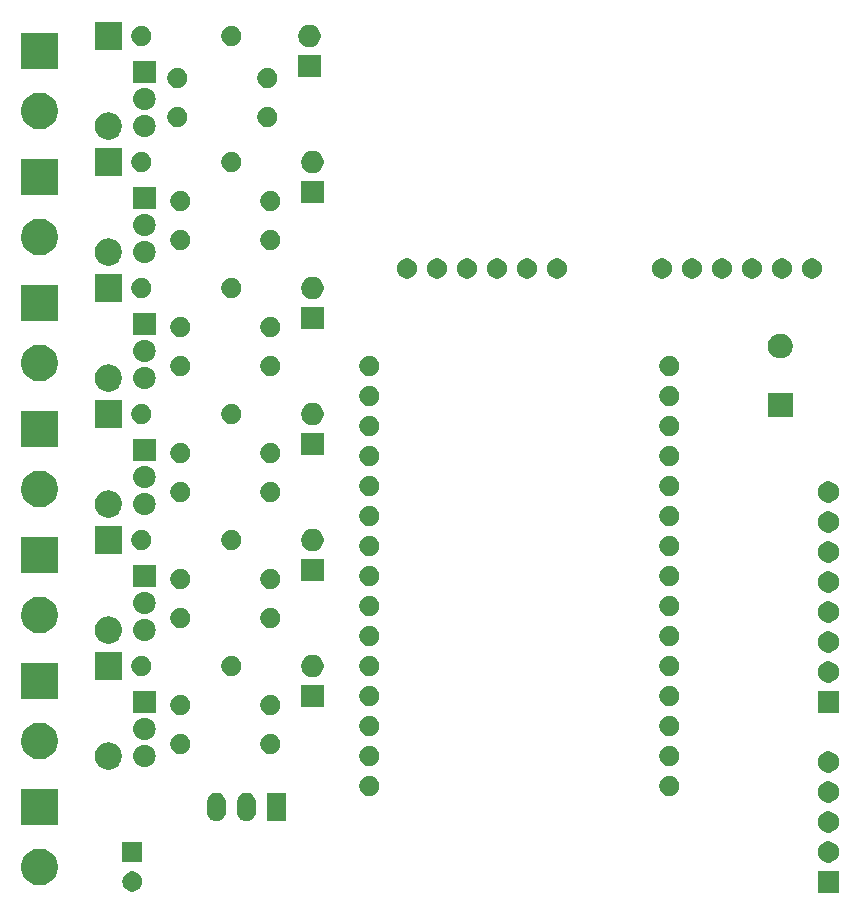
<source format=gbr>
G04 #@! TF.GenerationSoftware,KiCad,Pcbnew,5.1.5-52549c5~84~ubuntu18.04.1*
G04 #@! TF.CreationDate,2020-01-16T21:55:41+01:00*
G04 #@! TF.ProjectId,incinerator,696e6369-6e65-4726-9174-6f722e6b6963,v00*
G04 #@! TF.SameCoordinates,Original*
G04 #@! TF.FileFunction,Soldermask,Top*
G04 #@! TF.FilePolarity,Negative*
%FSLAX46Y46*%
G04 Gerber Fmt 4.6, Leading zero omitted, Abs format (unit mm)*
G04 Created by KiCad (PCBNEW 5.1.5-52549c5~84~ubuntu18.04.1) date 2020-01-16 21:55:41*
%MOMM*%
%LPD*%
G04 APERTURE LIST*
%ADD10C,0.100000*%
G04 APERTURE END LIST*
D10*
G36*
X173621000Y-124853000D02*
G01*
X171819000Y-124853000D01*
X171819000Y-123051000D01*
X173621000Y-123051000D01*
X173621000Y-124853000D01*
G37*
G36*
X114040228Y-123093703D02*
G01*
X114195100Y-123157853D01*
X114334481Y-123250985D01*
X114453015Y-123369519D01*
X114546147Y-123508900D01*
X114610297Y-123663772D01*
X114643000Y-123828184D01*
X114643000Y-123995816D01*
X114610297Y-124160228D01*
X114546147Y-124315100D01*
X114453015Y-124454481D01*
X114334481Y-124573015D01*
X114195100Y-124666147D01*
X114040228Y-124730297D01*
X113875816Y-124763000D01*
X113708184Y-124763000D01*
X113543772Y-124730297D01*
X113388900Y-124666147D01*
X113249519Y-124573015D01*
X113130985Y-124454481D01*
X113037853Y-124315100D01*
X112973703Y-124160228D01*
X112941000Y-123995816D01*
X112941000Y-123828184D01*
X112973703Y-123663772D01*
X113037853Y-123508900D01*
X113130985Y-123369519D01*
X113249519Y-123250985D01*
X113388900Y-123157853D01*
X113543772Y-123093703D01*
X113708184Y-123061000D01*
X113875816Y-123061000D01*
X114040228Y-123093703D01*
G37*
G36*
X106220585Y-121160802D02*
G01*
X106370410Y-121190604D01*
X106652674Y-121307521D01*
X106906705Y-121477259D01*
X107122741Y-121693295D01*
X107292479Y-121947326D01*
X107409396Y-122229590D01*
X107469000Y-122529240D01*
X107469000Y-122834760D01*
X107409396Y-123134410D01*
X107292479Y-123416674D01*
X107122741Y-123670705D01*
X106906705Y-123886741D01*
X106652674Y-124056479D01*
X106370410Y-124173396D01*
X106220585Y-124203198D01*
X106070761Y-124233000D01*
X105765239Y-124233000D01*
X105615415Y-124203198D01*
X105465590Y-124173396D01*
X105183326Y-124056479D01*
X104929295Y-123886741D01*
X104713259Y-123670705D01*
X104543521Y-123416674D01*
X104426604Y-123134410D01*
X104367000Y-122834760D01*
X104367000Y-122529240D01*
X104426604Y-122229590D01*
X104543521Y-121947326D01*
X104713259Y-121693295D01*
X104929295Y-121477259D01*
X105183326Y-121307521D01*
X105465590Y-121190604D01*
X105615415Y-121160802D01*
X105765239Y-121131000D01*
X106070761Y-121131000D01*
X106220585Y-121160802D01*
G37*
G36*
X172833512Y-120515927D02*
G01*
X172982812Y-120545624D01*
X173146784Y-120613544D01*
X173294354Y-120712147D01*
X173419853Y-120837646D01*
X173518456Y-120985216D01*
X173586376Y-121149188D01*
X173621000Y-121323259D01*
X173621000Y-121500741D01*
X173586376Y-121674812D01*
X173518456Y-121838784D01*
X173419853Y-121986354D01*
X173294354Y-122111853D01*
X173146784Y-122210456D01*
X172982812Y-122278376D01*
X172833512Y-122308073D01*
X172808742Y-122313000D01*
X172631258Y-122313000D01*
X172606488Y-122308073D01*
X172457188Y-122278376D01*
X172293216Y-122210456D01*
X172145646Y-122111853D01*
X172020147Y-121986354D01*
X171921544Y-121838784D01*
X171853624Y-121674812D01*
X171819000Y-121500741D01*
X171819000Y-121323259D01*
X171853624Y-121149188D01*
X171921544Y-120985216D01*
X172020147Y-120837646D01*
X172145646Y-120712147D01*
X172293216Y-120613544D01*
X172457188Y-120545624D01*
X172606488Y-120515927D01*
X172631258Y-120511000D01*
X172808742Y-120511000D01*
X172833512Y-120515927D01*
G37*
G36*
X114643000Y-122263000D02*
G01*
X112941000Y-122263000D01*
X112941000Y-120561000D01*
X114643000Y-120561000D01*
X114643000Y-122263000D01*
G37*
G36*
X172833512Y-117975927D02*
G01*
X172982812Y-118005624D01*
X173146784Y-118073544D01*
X173294354Y-118172147D01*
X173419853Y-118297646D01*
X173518456Y-118445216D01*
X173586376Y-118609188D01*
X173621000Y-118783259D01*
X173621000Y-118960741D01*
X173586376Y-119134812D01*
X173518456Y-119298784D01*
X173419853Y-119446354D01*
X173294354Y-119571853D01*
X173146784Y-119670456D01*
X172982812Y-119738376D01*
X172833512Y-119768073D01*
X172808742Y-119773000D01*
X172631258Y-119773000D01*
X172606488Y-119768073D01*
X172457188Y-119738376D01*
X172293216Y-119670456D01*
X172145646Y-119571853D01*
X172020147Y-119446354D01*
X171921544Y-119298784D01*
X171853624Y-119134812D01*
X171819000Y-118960741D01*
X171819000Y-118783259D01*
X171853624Y-118609188D01*
X171921544Y-118445216D01*
X172020147Y-118297646D01*
X172145646Y-118172147D01*
X172293216Y-118073544D01*
X172457188Y-118005624D01*
X172606488Y-117975927D01*
X172631258Y-117971000D01*
X172808742Y-117971000D01*
X172833512Y-117975927D01*
G37*
G36*
X107469000Y-119153000D02*
G01*
X104367000Y-119153000D01*
X104367000Y-116051000D01*
X107469000Y-116051000D01*
X107469000Y-119153000D01*
G37*
G36*
X121061023Y-116412590D02*
G01*
X121161682Y-116443125D01*
X121212013Y-116458392D01*
X121351165Y-116532771D01*
X121473133Y-116632867D01*
X121573229Y-116754835D01*
X121647608Y-116893987D01*
X121647608Y-116893988D01*
X121693410Y-117044977D01*
X121705000Y-117162655D01*
X121705000Y-118041345D01*
X121693410Y-118159023D01*
X121662875Y-118259682D01*
X121647608Y-118310013D01*
X121575340Y-118445216D01*
X121573229Y-118449165D01*
X121473133Y-118571133D01*
X121351164Y-118671229D01*
X121212012Y-118745608D01*
X121161681Y-118760875D01*
X121061022Y-118791410D01*
X120904000Y-118806875D01*
X120746977Y-118791410D01*
X120646318Y-118760875D01*
X120595987Y-118745608D01*
X120456835Y-118671229D01*
X120381239Y-118609189D01*
X120334867Y-118571133D01*
X120234771Y-118449164D01*
X120160393Y-118310013D01*
X120160392Y-118310012D01*
X120118572Y-118172148D01*
X120114590Y-118159022D01*
X120103000Y-118041344D01*
X120103000Y-117162655D01*
X120114591Y-117044977D01*
X120160393Y-116893988D01*
X120160393Y-116893987D01*
X120234772Y-116754835D01*
X120334868Y-116632867D01*
X120456836Y-116532771D01*
X120595988Y-116458392D01*
X120646319Y-116443125D01*
X120746978Y-116412590D01*
X120904000Y-116397125D01*
X121061023Y-116412590D01*
G37*
G36*
X123601023Y-116412590D02*
G01*
X123701682Y-116443125D01*
X123752013Y-116458392D01*
X123891165Y-116532771D01*
X124013133Y-116632867D01*
X124113229Y-116754835D01*
X124187608Y-116893987D01*
X124187608Y-116893988D01*
X124233410Y-117044977D01*
X124245000Y-117162655D01*
X124245000Y-118041345D01*
X124233410Y-118159023D01*
X124202875Y-118259682D01*
X124187608Y-118310013D01*
X124115340Y-118445216D01*
X124113229Y-118449165D01*
X124013133Y-118571133D01*
X123891164Y-118671229D01*
X123752012Y-118745608D01*
X123701681Y-118760875D01*
X123601022Y-118791410D01*
X123444000Y-118806875D01*
X123286977Y-118791410D01*
X123186318Y-118760875D01*
X123135987Y-118745608D01*
X122996835Y-118671229D01*
X122921239Y-118609189D01*
X122874867Y-118571133D01*
X122774771Y-118449164D01*
X122700393Y-118310013D01*
X122700392Y-118310012D01*
X122658572Y-118172148D01*
X122654590Y-118159022D01*
X122643000Y-118041344D01*
X122643000Y-117162655D01*
X122654591Y-117044977D01*
X122700393Y-116893988D01*
X122700393Y-116893987D01*
X122774772Y-116754835D01*
X122874868Y-116632867D01*
X122996836Y-116532771D01*
X123135988Y-116458392D01*
X123186319Y-116443125D01*
X123286978Y-116412590D01*
X123444000Y-116397125D01*
X123601023Y-116412590D01*
G37*
G36*
X126785000Y-118803000D02*
G01*
X125183000Y-118803000D01*
X125183000Y-116401000D01*
X126785000Y-116401000D01*
X126785000Y-118803000D01*
G37*
G36*
X172833512Y-115435927D02*
G01*
X172982812Y-115465624D01*
X173146784Y-115533544D01*
X173294354Y-115632147D01*
X173419853Y-115757646D01*
X173518456Y-115905216D01*
X173586376Y-116069188D01*
X173621000Y-116243259D01*
X173621000Y-116420741D01*
X173586376Y-116594812D01*
X173518456Y-116758784D01*
X173419853Y-116906354D01*
X173294354Y-117031853D01*
X173146784Y-117130456D01*
X172982812Y-117198376D01*
X172833512Y-117228073D01*
X172808742Y-117233000D01*
X172631258Y-117233000D01*
X172606488Y-117228073D01*
X172457188Y-117198376D01*
X172293216Y-117130456D01*
X172145646Y-117031853D01*
X172020147Y-116906354D01*
X171921544Y-116758784D01*
X171853624Y-116594812D01*
X171819000Y-116420741D01*
X171819000Y-116243259D01*
X171853624Y-116069188D01*
X171921544Y-115905216D01*
X172020147Y-115757646D01*
X172145646Y-115632147D01*
X172293216Y-115533544D01*
X172457188Y-115465624D01*
X172606488Y-115435927D01*
X172631258Y-115431000D01*
X172808742Y-115431000D01*
X172833512Y-115435927D01*
G37*
G36*
X134106228Y-115005703D02*
G01*
X134261100Y-115069853D01*
X134400481Y-115162985D01*
X134519015Y-115281519D01*
X134612147Y-115420900D01*
X134676297Y-115575772D01*
X134709000Y-115740184D01*
X134709000Y-115907816D01*
X134676297Y-116072228D01*
X134612147Y-116227100D01*
X134519015Y-116366481D01*
X134400481Y-116485015D01*
X134261100Y-116578147D01*
X134106228Y-116642297D01*
X133941816Y-116675000D01*
X133774184Y-116675000D01*
X133609772Y-116642297D01*
X133454900Y-116578147D01*
X133315519Y-116485015D01*
X133196985Y-116366481D01*
X133103853Y-116227100D01*
X133039703Y-116072228D01*
X133007000Y-115907816D01*
X133007000Y-115740184D01*
X133039703Y-115575772D01*
X133103853Y-115420900D01*
X133196985Y-115281519D01*
X133315519Y-115162985D01*
X133454900Y-115069853D01*
X133609772Y-115005703D01*
X133774184Y-114973000D01*
X133941816Y-114973000D01*
X134106228Y-115005703D01*
G37*
G36*
X159506228Y-115005703D02*
G01*
X159661100Y-115069853D01*
X159800481Y-115162985D01*
X159919015Y-115281519D01*
X160012147Y-115420900D01*
X160076297Y-115575772D01*
X160109000Y-115740184D01*
X160109000Y-115907816D01*
X160076297Y-116072228D01*
X160012147Y-116227100D01*
X159919015Y-116366481D01*
X159800481Y-116485015D01*
X159661100Y-116578147D01*
X159506228Y-116642297D01*
X159341816Y-116675000D01*
X159174184Y-116675000D01*
X159009772Y-116642297D01*
X158854900Y-116578147D01*
X158715519Y-116485015D01*
X158596985Y-116366481D01*
X158503853Y-116227100D01*
X158439703Y-116072228D01*
X158407000Y-115907816D01*
X158407000Y-115740184D01*
X158439703Y-115575772D01*
X158503853Y-115420900D01*
X158596985Y-115281519D01*
X158715519Y-115162985D01*
X158854900Y-115069853D01*
X159009772Y-115005703D01*
X159174184Y-114973000D01*
X159341816Y-114973000D01*
X159506228Y-115005703D01*
G37*
G36*
X172833512Y-112895927D02*
G01*
X172982812Y-112925624D01*
X173146784Y-112993544D01*
X173294354Y-113092147D01*
X173419853Y-113217646D01*
X173518456Y-113365216D01*
X173586376Y-113529188D01*
X173621000Y-113703259D01*
X173621000Y-113880741D01*
X173586376Y-114054812D01*
X173518456Y-114218784D01*
X173419853Y-114366354D01*
X173294354Y-114491853D01*
X173146784Y-114590456D01*
X172982812Y-114658376D01*
X172833512Y-114688073D01*
X172808742Y-114693000D01*
X172631258Y-114693000D01*
X172606488Y-114688073D01*
X172457188Y-114658376D01*
X172293216Y-114590456D01*
X172145646Y-114491853D01*
X172020147Y-114366354D01*
X171921544Y-114218784D01*
X171853624Y-114054812D01*
X171819000Y-113880741D01*
X171819000Y-113703259D01*
X171853624Y-113529188D01*
X171921544Y-113365216D01*
X172020147Y-113217646D01*
X172145646Y-113092147D01*
X172293216Y-112993544D01*
X172457188Y-112925624D01*
X172606488Y-112895927D01*
X172631258Y-112891000D01*
X172808742Y-112891000D01*
X172833512Y-112895927D01*
G37*
G36*
X111984549Y-112155116D02*
G01*
X112095734Y-112177232D01*
X112305203Y-112263997D01*
X112493720Y-112389960D01*
X112654040Y-112550280D01*
X112734767Y-112671097D01*
X112780004Y-112738799D01*
X112805416Y-112800150D01*
X112866768Y-112948266D01*
X112911000Y-113170636D01*
X112911000Y-113397364D01*
X112866768Y-113619734D01*
X112838865Y-113687097D01*
X112781131Y-113826481D01*
X112780003Y-113829203D01*
X112654040Y-114017720D01*
X112493720Y-114178040D01*
X112305203Y-114304003D01*
X112095734Y-114390768D01*
X111984549Y-114412884D01*
X111873365Y-114435000D01*
X111646635Y-114435000D01*
X111535451Y-114412884D01*
X111424266Y-114390768D01*
X111214797Y-114304003D01*
X111026280Y-114178040D01*
X110865960Y-114017720D01*
X110739997Y-113829203D01*
X110738870Y-113826481D01*
X110681135Y-113687097D01*
X110653232Y-113619734D01*
X110609000Y-113397364D01*
X110609000Y-113170636D01*
X110653232Y-112948266D01*
X110714584Y-112800150D01*
X110739996Y-112738799D01*
X110785233Y-112671097D01*
X110865960Y-112550280D01*
X111026280Y-112389960D01*
X111214797Y-112263997D01*
X111424266Y-112177232D01*
X111535451Y-112155116D01*
X111646635Y-112133000D01*
X111873365Y-112133000D01*
X111984549Y-112155116D01*
G37*
G36*
X114939842Y-112380131D02*
G01*
X115028798Y-112388892D01*
X115200004Y-112440827D01*
X115200007Y-112440828D01*
X115357788Y-112525163D01*
X115496087Y-112638663D01*
X115609587Y-112776962D01*
X115693922Y-112934743D01*
X115693923Y-112934746D01*
X115745858Y-113105952D01*
X115763394Y-113284000D01*
X115745858Y-113462048D01*
X115698024Y-113619734D01*
X115693922Y-113633257D01*
X115609587Y-113791038D01*
X115496087Y-113929337D01*
X115357788Y-114042837D01*
X115200007Y-114127172D01*
X115200004Y-114127173D01*
X115028798Y-114179108D01*
X114939842Y-114187869D01*
X114895365Y-114192250D01*
X114720635Y-114192250D01*
X114676158Y-114187869D01*
X114587202Y-114179108D01*
X114415996Y-114127173D01*
X114415993Y-114127172D01*
X114258212Y-114042837D01*
X114119913Y-113929337D01*
X114006413Y-113791038D01*
X113922078Y-113633257D01*
X113917976Y-113619734D01*
X113870142Y-113462048D01*
X113852606Y-113284000D01*
X113870142Y-113105952D01*
X113922077Y-112934746D01*
X113922078Y-112934743D01*
X114006413Y-112776962D01*
X114119913Y-112638663D01*
X114258212Y-112525163D01*
X114415993Y-112440828D01*
X114415996Y-112440827D01*
X114587202Y-112388892D01*
X114676158Y-112380131D01*
X114720635Y-112375750D01*
X114895365Y-112375750D01*
X114939842Y-112380131D01*
G37*
G36*
X159506228Y-112465703D02*
G01*
X159661100Y-112529853D01*
X159800481Y-112622985D01*
X159919015Y-112741519D01*
X160012147Y-112880900D01*
X160076297Y-113035772D01*
X160109000Y-113200184D01*
X160109000Y-113367816D01*
X160076297Y-113532228D01*
X160012147Y-113687100D01*
X159919015Y-113826481D01*
X159800481Y-113945015D01*
X159661100Y-114038147D01*
X159506228Y-114102297D01*
X159341816Y-114135000D01*
X159174184Y-114135000D01*
X159009772Y-114102297D01*
X158854900Y-114038147D01*
X158715519Y-113945015D01*
X158596985Y-113826481D01*
X158503853Y-113687100D01*
X158439703Y-113532228D01*
X158407000Y-113367816D01*
X158407000Y-113200184D01*
X158439703Y-113035772D01*
X158503853Y-112880900D01*
X158596985Y-112741519D01*
X158715519Y-112622985D01*
X158854900Y-112529853D01*
X159009772Y-112465703D01*
X159174184Y-112433000D01*
X159341816Y-112433000D01*
X159506228Y-112465703D01*
G37*
G36*
X134106228Y-112465703D02*
G01*
X134261100Y-112529853D01*
X134400481Y-112622985D01*
X134519015Y-112741519D01*
X134612147Y-112880900D01*
X134676297Y-113035772D01*
X134709000Y-113200184D01*
X134709000Y-113367816D01*
X134676297Y-113532228D01*
X134612147Y-113687100D01*
X134519015Y-113826481D01*
X134400481Y-113945015D01*
X134261100Y-114038147D01*
X134106228Y-114102297D01*
X133941816Y-114135000D01*
X133774184Y-114135000D01*
X133609772Y-114102297D01*
X133454900Y-114038147D01*
X133315519Y-113945015D01*
X133196985Y-113826481D01*
X133103853Y-113687100D01*
X133039703Y-113532228D01*
X133007000Y-113367816D01*
X133007000Y-113200184D01*
X133039703Y-113035772D01*
X133103853Y-112880900D01*
X133196985Y-112741519D01*
X133315519Y-112622985D01*
X133454900Y-112529853D01*
X133609772Y-112465703D01*
X133774184Y-112433000D01*
X133941816Y-112433000D01*
X134106228Y-112465703D01*
G37*
G36*
X106211335Y-110490962D02*
G01*
X106370410Y-110522604D01*
X106652674Y-110639521D01*
X106906705Y-110809259D01*
X107122741Y-111025295D01*
X107292479Y-111279326D01*
X107409396Y-111561590D01*
X107425656Y-111643337D01*
X107465009Y-111841173D01*
X107469000Y-111861240D01*
X107469000Y-112166760D01*
X107409396Y-112466410D01*
X107292479Y-112748674D01*
X107122741Y-113002705D01*
X106906705Y-113218741D01*
X106652674Y-113388479D01*
X106370410Y-113505396D01*
X106250799Y-113529188D01*
X106070761Y-113565000D01*
X105765239Y-113565000D01*
X105585201Y-113529188D01*
X105465590Y-113505396D01*
X105183326Y-113388479D01*
X104929295Y-113218741D01*
X104713259Y-113002705D01*
X104543521Y-112748674D01*
X104426604Y-112466410D01*
X104367000Y-112166760D01*
X104367000Y-111861240D01*
X104370992Y-111841173D01*
X104410344Y-111643337D01*
X104426604Y-111561590D01*
X104543521Y-111279326D01*
X104713259Y-111025295D01*
X104929295Y-110809259D01*
X105183326Y-110639521D01*
X105465590Y-110522604D01*
X105624665Y-110490962D01*
X105765239Y-110463000D01*
X106070761Y-110463000D01*
X106211335Y-110490962D01*
G37*
G36*
X118104228Y-111449703D02*
G01*
X118259100Y-111513853D01*
X118398481Y-111606985D01*
X118517015Y-111725519D01*
X118610147Y-111864900D01*
X118674297Y-112019772D01*
X118707000Y-112184184D01*
X118707000Y-112351816D01*
X118674297Y-112516228D01*
X118610147Y-112671100D01*
X118517015Y-112810481D01*
X118398481Y-112929015D01*
X118259100Y-113022147D01*
X118104228Y-113086297D01*
X117939816Y-113119000D01*
X117772184Y-113119000D01*
X117607772Y-113086297D01*
X117452900Y-113022147D01*
X117313519Y-112929015D01*
X117194985Y-112810481D01*
X117101853Y-112671100D01*
X117037703Y-112516228D01*
X117005000Y-112351816D01*
X117005000Y-112184184D01*
X117037703Y-112019772D01*
X117101853Y-111864900D01*
X117194985Y-111725519D01*
X117313519Y-111606985D01*
X117452900Y-111513853D01*
X117607772Y-111449703D01*
X117772184Y-111417000D01*
X117939816Y-111417000D01*
X118104228Y-111449703D01*
G37*
G36*
X125724228Y-111449703D02*
G01*
X125879100Y-111513853D01*
X126018481Y-111606985D01*
X126137015Y-111725519D01*
X126230147Y-111864900D01*
X126294297Y-112019772D01*
X126327000Y-112184184D01*
X126327000Y-112351816D01*
X126294297Y-112516228D01*
X126230147Y-112671100D01*
X126137015Y-112810481D01*
X126018481Y-112929015D01*
X125879100Y-113022147D01*
X125724228Y-113086297D01*
X125559816Y-113119000D01*
X125392184Y-113119000D01*
X125227772Y-113086297D01*
X125072900Y-113022147D01*
X124933519Y-112929015D01*
X124814985Y-112810481D01*
X124721853Y-112671100D01*
X124657703Y-112516228D01*
X124625000Y-112351816D01*
X124625000Y-112184184D01*
X124657703Y-112019772D01*
X124721853Y-111864900D01*
X124814985Y-111725519D01*
X124933519Y-111606985D01*
X125072900Y-111513853D01*
X125227772Y-111449703D01*
X125392184Y-111417000D01*
X125559816Y-111417000D01*
X125724228Y-111449703D01*
G37*
G36*
X114939842Y-110094131D02*
G01*
X115028798Y-110102892D01*
X115200004Y-110154827D01*
X115200007Y-110154828D01*
X115357788Y-110239163D01*
X115496087Y-110352663D01*
X115609587Y-110490962D01*
X115693922Y-110648743D01*
X115693923Y-110648746D01*
X115745858Y-110819952D01*
X115763394Y-110998000D01*
X115745858Y-111176048D01*
X115712358Y-111286481D01*
X115693922Y-111347257D01*
X115609587Y-111505038D01*
X115496087Y-111643337D01*
X115357788Y-111756837D01*
X115200007Y-111841172D01*
X115200004Y-111841173D01*
X115028798Y-111893108D01*
X114939842Y-111901869D01*
X114895365Y-111906250D01*
X114720635Y-111906250D01*
X114676158Y-111901869D01*
X114587202Y-111893108D01*
X114415996Y-111841173D01*
X114415993Y-111841172D01*
X114258212Y-111756837D01*
X114119913Y-111643337D01*
X114006413Y-111505038D01*
X113922078Y-111347257D01*
X113903642Y-111286481D01*
X113870142Y-111176048D01*
X113852606Y-110998000D01*
X113870142Y-110819952D01*
X113922077Y-110648746D01*
X113922078Y-110648743D01*
X114006413Y-110490962D01*
X114119913Y-110352663D01*
X114258212Y-110239163D01*
X114415993Y-110154828D01*
X114415996Y-110154827D01*
X114587202Y-110102892D01*
X114676158Y-110094131D01*
X114720635Y-110089750D01*
X114895365Y-110089750D01*
X114939842Y-110094131D01*
G37*
G36*
X134106228Y-109925703D02*
G01*
X134261100Y-109989853D01*
X134400481Y-110082985D01*
X134519015Y-110201519D01*
X134612147Y-110340900D01*
X134676297Y-110495772D01*
X134709000Y-110660184D01*
X134709000Y-110827816D01*
X134676297Y-110992228D01*
X134612147Y-111147100D01*
X134519015Y-111286481D01*
X134400481Y-111405015D01*
X134261100Y-111498147D01*
X134106228Y-111562297D01*
X133941816Y-111595000D01*
X133774184Y-111595000D01*
X133609772Y-111562297D01*
X133454900Y-111498147D01*
X133315519Y-111405015D01*
X133196985Y-111286481D01*
X133103853Y-111147100D01*
X133039703Y-110992228D01*
X133007000Y-110827816D01*
X133007000Y-110660184D01*
X133039703Y-110495772D01*
X133103853Y-110340900D01*
X133196985Y-110201519D01*
X133315519Y-110082985D01*
X133454900Y-109989853D01*
X133609772Y-109925703D01*
X133774184Y-109893000D01*
X133941816Y-109893000D01*
X134106228Y-109925703D01*
G37*
G36*
X159506228Y-109925703D02*
G01*
X159661100Y-109989853D01*
X159800481Y-110082985D01*
X159919015Y-110201519D01*
X160012147Y-110340900D01*
X160076297Y-110495772D01*
X160109000Y-110660184D01*
X160109000Y-110827816D01*
X160076297Y-110992228D01*
X160012147Y-111147100D01*
X159919015Y-111286481D01*
X159800481Y-111405015D01*
X159661100Y-111498147D01*
X159506228Y-111562297D01*
X159341816Y-111595000D01*
X159174184Y-111595000D01*
X159009772Y-111562297D01*
X158854900Y-111498147D01*
X158715519Y-111405015D01*
X158596985Y-111286481D01*
X158503853Y-111147100D01*
X158439703Y-110992228D01*
X158407000Y-110827816D01*
X158407000Y-110660184D01*
X158439703Y-110495772D01*
X158503853Y-110340900D01*
X158596985Y-110201519D01*
X158715519Y-110082985D01*
X158854900Y-109989853D01*
X159009772Y-109925703D01*
X159174184Y-109893000D01*
X159341816Y-109893000D01*
X159506228Y-109925703D01*
G37*
G36*
X125724228Y-108147703D02*
G01*
X125879100Y-108211853D01*
X126018481Y-108304985D01*
X126137015Y-108423519D01*
X126230147Y-108562900D01*
X126294297Y-108717772D01*
X126327000Y-108882184D01*
X126327000Y-109049816D01*
X126294297Y-109214228D01*
X126230147Y-109369100D01*
X126137015Y-109508481D01*
X126018481Y-109627015D01*
X125879100Y-109720147D01*
X125724228Y-109784297D01*
X125559816Y-109817000D01*
X125392184Y-109817000D01*
X125227772Y-109784297D01*
X125072900Y-109720147D01*
X124933519Y-109627015D01*
X124814985Y-109508481D01*
X124721853Y-109369100D01*
X124657703Y-109214228D01*
X124625000Y-109049816D01*
X124625000Y-108882184D01*
X124657703Y-108717772D01*
X124721853Y-108562900D01*
X124814985Y-108423519D01*
X124933519Y-108304985D01*
X125072900Y-108211853D01*
X125227772Y-108147703D01*
X125392184Y-108115000D01*
X125559816Y-108115000D01*
X125724228Y-108147703D01*
G37*
G36*
X118104228Y-108147703D02*
G01*
X118259100Y-108211853D01*
X118398481Y-108304985D01*
X118517015Y-108423519D01*
X118610147Y-108562900D01*
X118674297Y-108717772D01*
X118707000Y-108882184D01*
X118707000Y-109049816D01*
X118674297Y-109214228D01*
X118610147Y-109369100D01*
X118517015Y-109508481D01*
X118398481Y-109627015D01*
X118259100Y-109720147D01*
X118104228Y-109784297D01*
X117939816Y-109817000D01*
X117772184Y-109817000D01*
X117607772Y-109784297D01*
X117452900Y-109720147D01*
X117313519Y-109627015D01*
X117194985Y-109508481D01*
X117101853Y-109369100D01*
X117037703Y-109214228D01*
X117005000Y-109049816D01*
X117005000Y-108882184D01*
X117037703Y-108717772D01*
X117101853Y-108562900D01*
X117194985Y-108423519D01*
X117313519Y-108304985D01*
X117452900Y-108211853D01*
X117607772Y-108147703D01*
X117772184Y-108115000D01*
X117939816Y-108115000D01*
X118104228Y-108147703D01*
G37*
G36*
X115759000Y-109620250D02*
G01*
X113857000Y-109620250D01*
X113857000Y-107803750D01*
X115759000Y-107803750D01*
X115759000Y-109620250D01*
G37*
G36*
X173621000Y-109613000D02*
G01*
X171819000Y-109613000D01*
X171819000Y-107811000D01*
X173621000Y-107811000D01*
X173621000Y-109613000D01*
G37*
G36*
X129983000Y-109155000D02*
G01*
X128081000Y-109155000D01*
X128081000Y-107253000D01*
X129983000Y-107253000D01*
X129983000Y-109155000D01*
G37*
G36*
X134106228Y-107385703D02*
G01*
X134261100Y-107449853D01*
X134400481Y-107542985D01*
X134519015Y-107661519D01*
X134612147Y-107800900D01*
X134676297Y-107955772D01*
X134709000Y-108120184D01*
X134709000Y-108287816D01*
X134676297Y-108452228D01*
X134612147Y-108607100D01*
X134519015Y-108746481D01*
X134400481Y-108865015D01*
X134261100Y-108958147D01*
X134106228Y-109022297D01*
X133941816Y-109055000D01*
X133774184Y-109055000D01*
X133609772Y-109022297D01*
X133454900Y-108958147D01*
X133315519Y-108865015D01*
X133196985Y-108746481D01*
X133103853Y-108607100D01*
X133039703Y-108452228D01*
X133007000Y-108287816D01*
X133007000Y-108120184D01*
X133039703Y-107955772D01*
X133103853Y-107800900D01*
X133196985Y-107661519D01*
X133315519Y-107542985D01*
X133454900Y-107449853D01*
X133609772Y-107385703D01*
X133774184Y-107353000D01*
X133941816Y-107353000D01*
X134106228Y-107385703D01*
G37*
G36*
X159506228Y-107385703D02*
G01*
X159661100Y-107449853D01*
X159800481Y-107542985D01*
X159919015Y-107661519D01*
X160012147Y-107800900D01*
X160076297Y-107955772D01*
X160109000Y-108120184D01*
X160109000Y-108287816D01*
X160076297Y-108452228D01*
X160012147Y-108607100D01*
X159919015Y-108746481D01*
X159800481Y-108865015D01*
X159661100Y-108958147D01*
X159506228Y-109022297D01*
X159341816Y-109055000D01*
X159174184Y-109055000D01*
X159009772Y-109022297D01*
X158854900Y-108958147D01*
X158715519Y-108865015D01*
X158596985Y-108746481D01*
X158503853Y-108607100D01*
X158439703Y-108452228D01*
X158407000Y-108287816D01*
X158407000Y-108120184D01*
X158439703Y-107955772D01*
X158503853Y-107800900D01*
X158596985Y-107661519D01*
X158715519Y-107542985D01*
X158854900Y-107449853D01*
X159009772Y-107385703D01*
X159174184Y-107353000D01*
X159341816Y-107353000D01*
X159506228Y-107385703D01*
G37*
G36*
X107469000Y-108485000D02*
G01*
X104367000Y-108485000D01*
X104367000Y-105383000D01*
X107469000Y-105383000D01*
X107469000Y-108485000D01*
G37*
G36*
X172833512Y-105275927D02*
G01*
X172982812Y-105305624D01*
X173146784Y-105373544D01*
X173294354Y-105472147D01*
X173419853Y-105597646D01*
X173518456Y-105745216D01*
X173586376Y-105909188D01*
X173621000Y-106083259D01*
X173621000Y-106260741D01*
X173586376Y-106434812D01*
X173518456Y-106598784D01*
X173419853Y-106746354D01*
X173294354Y-106871853D01*
X173146784Y-106970456D01*
X172982812Y-107038376D01*
X172833512Y-107068073D01*
X172808742Y-107073000D01*
X172631258Y-107073000D01*
X172606488Y-107068073D01*
X172457188Y-107038376D01*
X172293216Y-106970456D01*
X172145646Y-106871853D01*
X172020147Y-106746354D01*
X171921544Y-106598784D01*
X171853624Y-106434812D01*
X171819000Y-106260741D01*
X171819000Y-106083259D01*
X171853624Y-105909188D01*
X171921544Y-105745216D01*
X172020147Y-105597646D01*
X172145646Y-105472147D01*
X172293216Y-105373544D01*
X172457188Y-105305624D01*
X172606488Y-105275927D01*
X172631258Y-105271000D01*
X172808742Y-105271000D01*
X172833512Y-105275927D01*
G37*
G36*
X112911000Y-106815000D02*
G01*
X110609000Y-106815000D01*
X110609000Y-104513000D01*
X112911000Y-104513000D01*
X112911000Y-106815000D01*
G37*
G36*
X129309395Y-104749546D02*
G01*
X129482466Y-104821234D01*
X129482467Y-104821235D01*
X129638227Y-104925310D01*
X129770690Y-105057773D01*
X129813284Y-105121520D01*
X129874766Y-105213534D01*
X129946454Y-105386605D01*
X129983000Y-105570333D01*
X129983000Y-105757667D01*
X129946454Y-105941395D01*
X129874766Y-106114466D01*
X129874765Y-106114467D01*
X129770690Y-106270227D01*
X129638227Y-106402690D01*
X129615092Y-106418148D01*
X129482466Y-106506766D01*
X129309395Y-106578454D01*
X129125667Y-106615000D01*
X128938333Y-106615000D01*
X128754605Y-106578454D01*
X128581534Y-106506766D01*
X128448908Y-106418148D01*
X128425773Y-106402690D01*
X128293310Y-106270227D01*
X128189235Y-106114467D01*
X128189234Y-106114466D01*
X128117546Y-105941395D01*
X128081000Y-105757667D01*
X128081000Y-105570333D01*
X128117546Y-105386605D01*
X128189234Y-105213534D01*
X128250716Y-105121520D01*
X128293310Y-105057773D01*
X128425773Y-104925310D01*
X128581533Y-104821235D01*
X128581534Y-104821234D01*
X128754605Y-104749546D01*
X128938333Y-104713000D01*
X129125667Y-104713000D01*
X129309395Y-104749546D01*
G37*
G36*
X159506228Y-104845703D02*
G01*
X159661100Y-104909853D01*
X159800481Y-105002985D01*
X159919015Y-105121519D01*
X160012147Y-105260900D01*
X160076297Y-105415772D01*
X160109000Y-105580184D01*
X160109000Y-105747816D01*
X160076297Y-105912228D01*
X160012147Y-106067100D01*
X159919015Y-106206481D01*
X159800481Y-106325015D01*
X159661100Y-106418147D01*
X159506228Y-106482297D01*
X159341816Y-106515000D01*
X159174184Y-106515000D01*
X159009772Y-106482297D01*
X158854900Y-106418147D01*
X158715519Y-106325015D01*
X158596985Y-106206481D01*
X158503853Y-106067100D01*
X158439703Y-105912228D01*
X158407000Y-105747816D01*
X158407000Y-105580184D01*
X158439703Y-105415772D01*
X158503853Y-105260900D01*
X158596985Y-105121519D01*
X158715519Y-105002985D01*
X158854900Y-104909853D01*
X159009772Y-104845703D01*
X159174184Y-104813000D01*
X159341816Y-104813000D01*
X159506228Y-104845703D01*
G37*
G36*
X122422228Y-104845703D02*
G01*
X122577100Y-104909853D01*
X122716481Y-105002985D01*
X122835015Y-105121519D01*
X122928147Y-105260900D01*
X122992297Y-105415772D01*
X123025000Y-105580184D01*
X123025000Y-105747816D01*
X122992297Y-105912228D01*
X122928147Y-106067100D01*
X122835015Y-106206481D01*
X122716481Y-106325015D01*
X122577100Y-106418147D01*
X122422228Y-106482297D01*
X122257816Y-106515000D01*
X122090184Y-106515000D01*
X121925772Y-106482297D01*
X121770900Y-106418147D01*
X121631519Y-106325015D01*
X121512985Y-106206481D01*
X121419853Y-106067100D01*
X121355703Y-105912228D01*
X121323000Y-105747816D01*
X121323000Y-105580184D01*
X121355703Y-105415772D01*
X121419853Y-105260900D01*
X121512985Y-105121519D01*
X121631519Y-105002985D01*
X121770900Y-104909853D01*
X121925772Y-104845703D01*
X122090184Y-104813000D01*
X122257816Y-104813000D01*
X122422228Y-104845703D01*
G37*
G36*
X134106228Y-104845703D02*
G01*
X134261100Y-104909853D01*
X134400481Y-105002985D01*
X134519015Y-105121519D01*
X134612147Y-105260900D01*
X134676297Y-105415772D01*
X134709000Y-105580184D01*
X134709000Y-105747816D01*
X134676297Y-105912228D01*
X134612147Y-106067100D01*
X134519015Y-106206481D01*
X134400481Y-106325015D01*
X134261100Y-106418147D01*
X134106228Y-106482297D01*
X133941816Y-106515000D01*
X133774184Y-106515000D01*
X133609772Y-106482297D01*
X133454900Y-106418147D01*
X133315519Y-106325015D01*
X133196985Y-106206481D01*
X133103853Y-106067100D01*
X133039703Y-105912228D01*
X133007000Y-105747816D01*
X133007000Y-105580184D01*
X133039703Y-105415772D01*
X133103853Y-105260900D01*
X133196985Y-105121519D01*
X133315519Y-105002985D01*
X133454900Y-104909853D01*
X133609772Y-104845703D01*
X133774184Y-104813000D01*
X133941816Y-104813000D01*
X134106228Y-104845703D01*
G37*
G36*
X114802228Y-104845703D02*
G01*
X114957100Y-104909853D01*
X115096481Y-105002985D01*
X115215015Y-105121519D01*
X115308147Y-105260900D01*
X115372297Y-105415772D01*
X115405000Y-105580184D01*
X115405000Y-105747816D01*
X115372297Y-105912228D01*
X115308147Y-106067100D01*
X115215015Y-106206481D01*
X115096481Y-106325015D01*
X114957100Y-106418147D01*
X114802228Y-106482297D01*
X114637816Y-106515000D01*
X114470184Y-106515000D01*
X114305772Y-106482297D01*
X114150900Y-106418147D01*
X114011519Y-106325015D01*
X113892985Y-106206481D01*
X113799853Y-106067100D01*
X113735703Y-105912228D01*
X113703000Y-105747816D01*
X113703000Y-105580184D01*
X113735703Y-105415772D01*
X113799853Y-105260900D01*
X113892985Y-105121519D01*
X114011519Y-105002985D01*
X114150900Y-104909853D01*
X114305772Y-104845703D01*
X114470184Y-104813000D01*
X114637816Y-104813000D01*
X114802228Y-104845703D01*
G37*
G36*
X172833512Y-102735927D02*
G01*
X172982812Y-102765624D01*
X173146784Y-102833544D01*
X173294354Y-102932147D01*
X173419853Y-103057646D01*
X173518456Y-103205216D01*
X173586376Y-103369188D01*
X173621000Y-103543259D01*
X173621000Y-103720741D01*
X173586376Y-103894812D01*
X173518456Y-104058784D01*
X173419853Y-104206354D01*
X173294354Y-104331853D01*
X173146784Y-104430456D01*
X172982812Y-104498376D01*
X172833512Y-104528073D01*
X172808742Y-104533000D01*
X172631258Y-104533000D01*
X172606488Y-104528073D01*
X172457188Y-104498376D01*
X172293216Y-104430456D01*
X172145646Y-104331853D01*
X172020147Y-104206354D01*
X171921544Y-104058784D01*
X171853624Y-103894812D01*
X171819000Y-103720741D01*
X171819000Y-103543259D01*
X171853624Y-103369188D01*
X171921544Y-103205216D01*
X172020147Y-103057646D01*
X172145646Y-102932147D01*
X172293216Y-102833544D01*
X172457188Y-102765624D01*
X172606488Y-102735927D01*
X172631258Y-102731000D01*
X172808742Y-102731000D01*
X172833512Y-102735927D01*
G37*
G36*
X134106228Y-102305703D02*
G01*
X134261100Y-102369853D01*
X134400481Y-102462985D01*
X134519015Y-102581519D01*
X134612147Y-102720900D01*
X134676297Y-102875772D01*
X134709000Y-103040184D01*
X134709000Y-103207816D01*
X134676297Y-103372228D01*
X134612147Y-103527100D01*
X134519015Y-103666481D01*
X134400481Y-103785015D01*
X134261100Y-103878147D01*
X134106228Y-103942297D01*
X133941816Y-103975000D01*
X133774184Y-103975000D01*
X133609772Y-103942297D01*
X133454900Y-103878147D01*
X133315519Y-103785015D01*
X133196985Y-103666481D01*
X133103853Y-103527100D01*
X133039703Y-103372228D01*
X133007000Y-103207816D01*
X133007000Y-103040184D01*
X133039703Y-102875772D01*
X133103853Y-102720900D01*
X133196985Y-102581519D01*
X133315519Y-102462985D01*
X133454900Y-102369853D01*
X133609772Y-102305703D01*
X133774184Y-102273000D01*
X133941816Y-102273000D01*
X134106228Y-102305703D01*
G37*
G36*
X159506228Y-102305703D02*
G01*
X159661100Y-102369853D01*
X159800481Y-102462985D01*
X159919015Y-102581519D01*
X160012147Y-102720900D01*
X160076297Y-102875772D01*
X160109000Y-103040184D01*
X160109000Y-103207816D01*
X160076297Y-103372228D01*
X160012147Y-103527100D01*
X159919015Y-103666481D01*
X159800481Y-103785015D01*
X159661100Y-103878147D01*
X159506228Y-103942297D01*
X159341816Y-103975000D01*
X159174184Y-103975000D01*
X159009772Y-103942297D01*
X158854900Y-103878147D01*
X158715519Y-103785015D01*
X158596985Y-103666481D01*
X158503853Y-103527100D01*
X158439703Y-103372228D01*
X158407000Y-103207816D01*
X158407000Y-103040184D01*
X158439703Y-102875772D01*
X158503853Y-102720900D01*
X158596985Y-102581519D01*
X158715519Y-102462985D01*
X158854900Y-102369853D01*
X159009772Y-102305703D01*
X159174184Y-102273000D01*
X159341816Y-102273000D01*
X159506228Y-102305703D01*
G37*
G36*
X111984549Y-101487116D02*
G01*
X112095734Y-101509232D01*
X112305203Y-101595997D01*
X112493720Y-101721960D01*
X112654040Y-101882280D01*
X112734767Y-102003097D01*
X112780004Y-102070799D01*
X112805416Y-102132150D01*
X112866768Y-102280266D01*
X112881464Y-102354147D01*
X112911000Y-102502635D01*
X112911000Y-102729365D01*
X112903787Y-102765625D01*
X112866768Y-102951734D01*
X112830131Y-103040184D01*
X112795812Y-103123038D01*
X112780003Y-103161203D01*
X112654040Y-103349720D01*
X112493720Y-103510040D01*
X112305203Y-103636003D01*
X112095734Y-103722768D01*
X111984549Y-103744884D01*
X111873365Y-103767000D01*
X111646635Y-103767000D01*
X111535451Y-103744884D01*
X111424266Y-103722768D01*
X111214797Y-103636003D01*
X111026280Y-103510040D01*
X110865960Y-103349720D01*
X110739997Y-103161203D01*
X110724189Y-103123038D01*
X110689869Y-103040184D01*
X110653232Y-102951734D01*
X110616213Y-102765625D01*
X110609000Y-102729365D01*
X110609000Y-102502635D01*
X110638536Y-102354147D01*
X110653232Y-102280266D01*
X110714584Y-102132150D01*
X110739996Y-102070799D01*
X110785233Y-102003097D01*
X110865960Y-101882280D01*
X111026280Y-101721960D01*
X111214797Y-101595997D01*
X111424266Y-101509232D01*
X111535451Y-101487116D01*
X111646635Y-101465000D01*
X111873365Y-101465000D01*
X111984549Y-101487116D01*
G37*
G36*
X114939842Y-101712131D02*
G01*
X115028798Y-101720892D01*
X115200004Y-101772827D01*
X115200007Y-101772828D01*
X115357788Y-101857163D01*
X115496087Y-101970663D01*
X115609587Y-102108962D01*
X115693922Y-102266743D01*
X115693923Y-102266746D01*
X115745858Y-102437952D01*
X115763394Y-102616000D01*
X115745858Y-102794048D01*
X115698024Y-102951734D01*
X115693922Y-102965257D01*
X115609587Y-103123038D01*
X115496087Y-103261337D01*
X115357788Y-103374837D01*
X115200007Y-103459172D01*
X115200004Y-103459173D01*
X115028798Y-103511108D01*
X114939842Y-103519869D01*
X114895365Y-103524250D01*
X114720635Y-103524250D01*
X114676158Y-103519869D01*
X114587202Y-103511108D01*
X114415996Y-103459173D01*
X114415993Y-103459172D01*
X114258212Y-103374837D01*
X114119913Y-103261337D01*
X114006413Y-103123038D01*
X113922078Y-102965257D01*
X113917976Y-102951734D01*
X113870142Y-102794048D01*
X113852606Y-102616000D01*
X113870142Y-102437952D01*
X113922077Y-102266746D01*
X113922078Y-102266743D01*
X114006413Y-102108962D01*
X114119913Y-101970663D01*
X114258212Y-101857163D01*
X114415993Y-101772828D01*
X114415996Y-101772827D01*
X114587202Y-101720892D01*
X114676158Y-101712131D01*
X114720635Y-101707750D01*
X114895365Y-101707750D01*
X114939842Y-101712131D01*
G37*
G36*
X106211335Y-99822962D02*
G01*
X106370410Y-99854604D01*
X106652674Y-99971521D01*
X106906705Y-100141259D01*
X107122741Y-100357295D01*
X107292479Y-100611326D01*
X107409396Y-100893590D01*
X107425656Y-100975337D01*
X107469000Y-101193239D01*
X107469000Y-101498761D01*
X107465017Y-101518784D01*
X107409396Y-101798410D01*
X107292479Y-102080674D01*
X107122741Y-102334705D01*
X106906705Y-102550741D01*
X106652674Y-102720479D01*
X106370410Y-102837396D01*
X106220585Y-102867198D01*
X106070761Y-102897000D01*
X105765239Y-102897000D01*
X105615415Y-102867198D01*
X105465590Y-102837396D01*
X105183326Y-102720479D01*
X104929295Y-102550741D01*
X104713259Y-102334705D01*
X104543521Y-102080674D01*
X104426604Y-101798410D01*
X104370983Y-101518784D01*
X104367000Y-101498761D01*
X104367000Y-101193239D01*
X104410344Y-100975337D01*
X104426604Y-100893590D01*
X104543521Y-100611326D01*
X104713259Y-100357295D01*
X104929295Y-100141259D01*
X105183326Y-99971521D01*
X105465590Y-99854604D01*
X105624665Y-99822962D01*
X105765239Y-99795000D01*
X106070761Y-99795000D01*
X106211335Y-99822962D01*
G37*
G36*
X125724228Y-100781703D02*
G01*
X125879100Y-100845853D01*
X126018481Y-100938985D01*
X126137015Y-101057519D01*
X126230147Y-101196900D01*
X126294297Y-101351772D01*
X126327000Y-101516184D01*
X126327000Y-101683816D01*
X126294297Y-101848228D01*
X126230147Y-102003100D01*
X126137015Y-102142481D01*
X126018481Y-102261015D01*
X125879100Y-102354147D01*
X125724228Y-102418297D01*
X125559816Y-102451000D01*
X125392184Y-102451000D01*
X125227772Y-102418297D01*
X125072900Y-102354147D01*
X124933519Y-102261015D01*
X124814985Y-102142481D01*
X124721853Y-102003100D01*
X124657703Y-101848228D01*
X124625000Y-101683816D01*
X124625000Y-101516184D01*
X124657703Y-101351772D01*
X124721853Y-101196900D01*
X124814985Y-101057519D01*
X124933519Y-100938985D01*
X125072900Y-100845853D01*
X125227772Y-100781703D01*
X125392184Y-100749000D01*
X125559816Y-100749000D01*
X125724228Y-100781703D01*
G37*
G36*
X118104228Y-100781703D02*
G01*
X118259100Y-100845853D01*
X118398481Y-100938985D01*
X118517015Y-101057519D01*
X118610147Y-101196900D01*
X118674297Y-101351772D01*
X118707000Y-101516184D01*
X118707000Y-101683816D01*
X118674297Y-101848228D01*
X118610147Y-102003100D01*
X118517015Y-102142481D01*
X118398481Y-102261015D01*
X118259100Y-102354147D01*
X118104228Y-102418297D01*
X117939816Y-102451000D01*
X117772184Y-102451000D01*
X117607772Y-102418297D01*
X117452900Y-102354147D01*
X117313519Y-102261015D01*
X117194985Y-102142481D01*
X117101853Y-102003100D01*
X117037703Y-101848228D01*
X117005000Y-101683816D01*
X117005000Y-101516184D01*
X117037703Y-101351772D01*
X117101853Y-101196900D01*
X117194985Y-101057519D01*
X117313519Y-100938985D01*
X117452900Y-100845853D01*
X117607772Y-100781703D01*
X117772184Y-100749000D01*
X117939816Y-100749000D01*
X118104228Y-100781703D01*
G37*
G36*
X172833512Y-100195927D02*
G01*
X172982812Y-100225624D01*
X173146784Y-100293544D01*
X173294354Y-100392147D01*
X173419853Y-100517646D01*
X173518456Y-100665216D01*
X173586376Y-100829188D01*
X173621000Y-101003259D01*
X173621000Y-101180741D01*
X173586376Y-101354812D01*
X173518456Y-101518784D01*
X173419853Y-101666354D01*
X173294354Y-101791853D01*
X173146784Y-101890456D01*
X172982812Y-101958376D01*
X172833512Y-101988073D01*
X172808742Y-101993000D01*
X172631258Y-101993000D01*
X172606488Y-101988073D01*
X172457188Y-101958376D01*
X172293216Y-101890456D01*
X172145646Y-101791853D01*
X172020147Y-101666354D01*
X171921544Y-101518784D01*
X171853624Y-101354812D01*
X171819000Y-101180741D01*
X171819000Y-101003259D01*
X171853624Y-100829188D01*
X171921544Y-100665216D01*
X172020147Y-100517646D01*
X172145646Y-100392147D01*
X172293216Y-100293544D01*
X172457188Y-100225624D01*
X172606488Y-100195927D01*
X172631258Y-100191000D01*
X172808742Y-100191000D01*
X172833512Y-100195927D01*
G37*
G36*
X159506228Y-99765703D02*
G01*
X159661100Y-99829853D01*
X159800481Y-99922985D01*
X159919015Y-100041519D01*
X160012147Y-100180900D01*
X160076297Y-100335772D01*
X160109000Y-100500184D01*
X160109000Y-100667816D01*
X160076297Y-100832228D01*
X160012147Y-100987100D01*
X159919015Y-101126481D01*
X159800481Y-101245015D01*
X159661100Y-101338147D01*
X159506228Y-101402297D01*
X159341816Y-101435000D01*
X159174184Y-101435000D01*
X159009772Y-101402297D01*
X158854900Y-101338147D01*
X158715519Y-101245015D01*
X158596985Y-101126481D01*
X158503853Y-100987100D01*
X158439703Y-100832228D01*
X158407000Y-100667816D01*
X158407000Y-100500184D01*
X158439703Y-100335772D01*
X158503853Y-100180900D01*
X158596985Y-100041519D01*
X158715519Y-99922985D01*
X158854900Y-99829853D01*
X159009772Y-99765703D01*
X159174184Y-99733000D01*
X159341816Y-99733000D01*
X159506228Y-99765703D01*
G37*
G36*
X134106228Y-99765703D02*
G01*
X134261100Y-99829853D01*
X134400481Y-99922985D01*
X134519015Y-100041519D01*
X134612147Y-100180900D01*
X134676297Y-100335772D01*
X134709000Y-100500184D01*
X134709000Y-100667816D01*
X134676297Y-100832228D01*
X134612147Y-100987100D01*
X134519015Y-101126481D01*
X134400481Y-101245015D01*
X134261100Y-101338147D01*
X134106228Y-101402297D01*
X133941816Y-101435000D01*
X133774184Y-101435000D01*
X133609772Y-101402297D01*
X133454900Y-101338147D01*
X133315519Y-101245015D01*
X133196985Y-101126481D01*
X133103853Y-100987100D01*
X133039703Y-100832228D01*
X133007000Y-100667816D01*
X133007000Y-100500184D01*
X133039703Y-100335772D01*
X133103853Y-100180900D01*
X133196985Y-100041519D01*
X133315519Y-99922985D01*
X133454900Y-99829853D01*
X133609772Y-99765703D01*
X133774184Y-99733000D01*
X133941816Y-99733000D01*
X134106228Y-99765703D01*
G37*
G36*
X114939842Y-99426131D02*
G01*
X115028798Y-99434892D01*
X115200004Y-99486827D01*
X115200007Y-99486828D01*
X115357788Y-99571163D01*
X115496087Y-99684663D01*
X115609587Y-99822962D01*
X115693922Y-99980743D01*
X115693923Y-99980746D01*
X115745858Y-100151952D01*
X115763394Y-100330000D01*
X115745858Y-100508048D01*
X115742946Y-100517646D01*
X115693922Y-100679257D01*
X115609587Y-100837038D01*
X115496087Y-100975337D01*
X115357788Y-101088837D01*
X115200007Y-101173172D01*
X115200004Y-101173173D01*
X115028798Y-101225108D01*
X114939842Y-101233869D01*
X114895365Y-101238250D01*
X114720635Y-101238250D01*
X114676158Y-101233869D01*
X114587202Y-101225108D01*
X114415996Y-101173173D01*
X114415993Y-101173172D01*
X114258212Y-101088837D01*
X114119913Y-100975337D01*
X114006413Y-100837038D01*
X113922078Y-100679257D01*
X113873054Y-100517646D01*
X113870142Y-100508048D01*
X113852606Y-100330000D01*
X113870142Y-100151952D01*
X113922077Y-99980746D01*
X113922078Y-99980743D01*
X114006413Y-99822962D01*
X114119913Y-99684663D01*
X114258212Y-99571163D01*
X114415993Y-99486828D01*
X114415996Y-99486827D01*
X114587202Y-99434892D01*
X114676158Y-99426131D01*
X114720635Y-99421750D01*
X114895365Y-99421750D01*
X114939842Y-99426131D01*
G37*
G36*
X172833512Y-97655927D02*
G01*
X172982812Y-97685624D01*
X173146784Y-97753544D01*
X173294354Y-97852147D01*
X173419853Y-97977646D01*
X173518456Y-98125216D01*
X173586376Y-98289188D01*
X173621000Y-98463259D01*
X173621000Y-98640741D01*
X173586376Y-98814812D01*
X173518456Y-98978784D01*
X173419853Y-99126354D01*
X173294354Y-99251853D01*
X173146784Y-99350456D01*
X172982812Y-99418376D01*
X172833512Y-99448073D01*
X172808742Y-99453000D01*
X172631258Y-99453000D01*
X172606488Y-99448073D01*
X172457188Y-99418376D01*
X172293216Y-99350456D01*
X172145646Y-99251853D01*
X172020147Y-99126354D01*
X171921544Y-98978784D01*
X171853624Y-98814812D01*
X171819000Y-98640741D01*
X171819000Y-98463259D01*
X171853624Y-98289188D01*
X171921544Y-98125216D01*
X172020147Y-97977646D01*
X172145646Y-97852147D01*
X172293216Y-97753544D01*
X172457188Y-97685624D01*
X172606488Y-97655927D01*
X172631258Y-97651000D01*
X172808742Y-97651000D01*
X172833512Y-97655927D01*
G37*
G36*
X125724228Y-97479703D02*
G01*
X125879100Y-97543853D01*
X126018481Y-97636985D01*
X126137015Y-97755519D01*
X126230147Y-97894900D01*
X126294297Y-98049772D01*
X126327000Y-98214184D01*
X126327000Y-98381816D01*
X126294297Y-98546228D01*
X126230147Y-98701100D01*
X126137015Y-98840481D01*
X126018481Y-98959015D01*
X125879100Y-99052147D01*
X125724228Y-99116297D01*
X125559816Y-99149000D01*
X125392184Y-99149000D01*
X125227772Y-99116297D01*
X125072900Y-99052147D01*
X124933519Y-98959015D01*
X124814985Y-98840481D01*
X124721853Y-98701100D01*
X124657703Y-98546228D01*
X124625000Y-98381816D01*
X124625000Y-98214184D01*
X124657703Y-98049772D01*
X124721853Y-97894900D01*
X124814985Y-97755519D01*
X124933519Y-97636985D01*
X125072900Y-97543853D01*
X125227772Y-97479703D01*
X125392184Y-97447000D01*
X125559816Y-97447000D01*
X125724228Y-97479703D01*
G37*
G36*
X118104228Y-97479703D02*
G01*
X118259100Y-97543853D01*
X118398481Y-97636985D01*
X118517015Y-97755519D01*
X118610147Y-97894900D01*
X118674297Y-98049772D01*
X118707000Y-98214184D01*
X118707000Y-98381816D01*
X118674297Y-98546228D01*
X118610147Y-98701100D01*
X118517015Y-98840481D01*
X118398481Y-98959015D01*
X118259100Y-99052147D01*
X118104228Y-99116297D01*
X117939816Y-99149000D01*
X117772184Y-99149000D01*
X117607772Y-99116297D01*
X117452900Y-99052147D01*
X117313519Y-98959015D01*
X117194985Y-98840481D01*
X117101853Y-98701100D01*
X117037703Y-98546228D01*
X117005000Y-98381816D01*
X117005000Y-98214184D01*
X117037703Y-98049772D01*
X117101853Y-97894900D01*
X117194985Y-97755519D01*
X117313519Y-97636985D01*
X117452900Y-97543853D01*
X117607772Y-97479703D01*
X117772184Y-97447000D01*
X117939816Y-97447000D01*
X118104228Y-97479703D01*
G37*
G36*
X115759000Y-98952250D02*
G01*
X113857000Y-98952250D01*
X113857000Y-97135750D01*
X115759000Y-97135750D01*
X115759000Y-98952250D01*
G37*
G36*
X159506228Y-97225703D02*
G01*
X159661100Y-97289853D01*
X159800481Y-97382985D01*
X159919015Y-97501519D01*
X160012147Y-97640900D01*
X160076297Y-97795772D01*
X160109000Y-97960184D01*
X160109000Y-98127816D01*
X160076297Y-98292228D01*
X160012147Y-98447100D01*
X159919015Y-98586481D01*
X159800481Y-98705015D01*
X159661100Y-98798147D01*
X159506228Y-98862297D01*
X159341816Y-98895000D01*
X159174184Y-98895000D01*
X159009772Y-98862297D01*
X158854900Y-98798147D01*
X158715519Y-98705015D01*
X158596985Y-98586481D01*
X158503853Y-98447100D01*
X158439703Y-98292228D01*
X158407000Y-98127816D01*
X158407000Y-97960184D01*
X158439703Y-97795772D01*
X158503853Y-97640900D01*
X158596985Y-97501519D01*
X158715519Y-97382985D01*
X158854900Y-97289853D01*
X159009772Y-97225703D01*
X159174184Y-97193000D01*
X159341816Y-97193000D01*
X159506228Y-97225703D01*
G37*
G36*
X134106228Y-97225703D02*
G01*
X134261100Y-97289853D01*
X134400481Y-97382985D01*
X134519015Y-97501519D01*
X134612147Y-97640900D01*
X134676297Y-97795772D01*
X134709000Y-97960184D01*
X134709000Y-98127816D01*
X134676297Y-98292228D01*
X134612147Y-98447100D01*
X134519015Y-98586481D01*
X134400481Y-98705015D01*
X134261100Y-98798147D01*
X134106228Y-98862297D01*
X133941816Y-98895000D01*
X133774184Y-98895000D01*
X133609772Y-98862297D01*
X133454900Y-98798147D01*
X133315519Y-98705015D01*
X133196985Y-98586481D01*
X133103853Y-98447100D01*
X133039703Y-98292228D01*
X133007000Y-98127816D01*
X133007000Y-97960184D01*
X133039703Y-97795772D01*
X133103853Y-97640900D01*
X133196985Y-97501519D01*
X133315519Y-97382985D01*
X133454900Y-97289853D01*
X133609772Y-97225703D01*
X133774184Y-97193000D01*
X133941816Y-97193000D01*
X134106228Y-97225703D01*
G37*
G36*
X129983000Y-98487000D02*
G01*
X128081000Y-98487000D01*
X128081000Y-96585000D01*
X129983000Y-96585000D01*
X129983000Y-98487000D01*
G37*
G36*
X107469000Y-97817000D02*
G01*
X104367000Y-97817000D01*
X104367000Y-94715000D01*
X107469000Y-94715000D01*
X107469000Y-97817000D01*
G37*
G36*
X172833512Y-95115927D02*
G01*
X172982812Y-95145624D01*
X173146784Y-95213544D01*
X173294354Y-95312147D01*
X173419853Y-95437646D01*
X173518456Y-95585216D01*
X173586376Y-95749188D01*
X173621000Y-95923259D01*
X173621000Y-96100741D01*
X173586376Y-96274812D01*
X173518456Y-96438784D01*
X173419853Y-96586354D01*
X173294354Y-96711853D01*
X173146784Y-96810456D01*
X172982812Y-96878376D01*
X172833512Y-96908073D01*
X172808742Y-96913000D01*
X172631258Y-96913000D01*
X172606488Y-96908073D01*
X172457188Y-96878376D01*
X172293216Y-96810456D01*
X172145646Y-96711853D01*
X172020147Y-96586354D01*
X171921544Y-96438784D01*
X171853624Y-96274812D01*
X171819000Y-96100741D01*
X171819000Y-95923259D01*
X171853624Y-95749188D01*
X171921544Y-95585216D01*
X172020147Y-95437646D01*
X172145646Y-95312147D01*
X172293216Y-95213544D01*
X172457188Y-95145624D01*
X172606488Y-95115927D01*
X172631258Y-95111000D01*
X172808742Y-95111000D01*
X172833512Y-95115927D01*
G37*
G36*
X134106228Y-94685703D02*
G01*
X134261100Y-94749853D01*
X134400481Y-94842985D01*
X134519015Y-94961519D01*
X134612147Y-95100900D01*
X134676297Y-95255772D01*
X134709000Y-95420184D01*
X134709000Y-95587816D01*
X134676297Y-95752228D01*
X134612147Y-95907100D01*
X134519015Y-96046481D01*
X134400481Y-96165015D01*
X134261100Y-96258147D01*
X134106228Y-96322297D01*
X133941816Y-96355000D01*
X133774184Y-96355000D01*
X133609772Y-96322297D01*
X133454900Y-96258147D01*
X133315519Y-96165015D01*
X133196985Y-96046481D01*
X133103853Y-95907100D01*
X133039703Y-95752228D01*
X133007000Y-95587816D01*
X133007000Y-95420184D01*
X133039703Y-95255772D01*
X133103853Y-95100900D01*
X133196985Y-94961519D01*
X133315519Y-94842985D01*
X133454900Y-94749853D01*
X133609772Y-94685703D01*
X133774184Y-94653000D01*
X133941816Y-94653000D01*
X134106228Y-94685703D01*
G37*
G36*
X159506228Y-94685703D02*
G01*
X159661100Y-94749853D01*
X159800481Y-94842985D01*
X159919015Y-94961519D01*
X160012147Y-95100900D01*
X160076297Y-95255772D01*
X160109000Y-95420184D01*
X160109000Y-95587816D01*
X160076297Y-95752228D01*
X160012147Y-95907100D01*
X159919015Y-96046481D01*
X159800481Y-96165015D01*
X159661100Y-96258147D01*
X159506228Y-96322297D01*
X159341816Y-96355000D01*
X159174184Y-96355000D01*
X159009772Y-96322297D01*
X158854900Y-96258147D01*
X158715519Y-96165015D01*
X158596985Y-96046481D01*
X158503853Y-95907100D01*
X158439703Y-95752228D01*
X158407000Y-95587816D01*
X158407000Y-95420184D01*
X158439703Y-95255772D01*
X158503853Y-95100900D01*
X158596985Y-94961519D01*
X158715519Y-94842985D01*
X158854900Y-94749853D01*
X159009772Y-94685703D01*
X159174184Y-94653000D01*
X159341816Y-94653000D01*
X159506228Y-94685703D01*
G37*
G36*
X112911000Y-96147000D02*
G01*
X110609000Y-96147000D01*
X110609000Y-93845000D01*
X112911000Y-93845000D01*
X112911000Y-96147000D01*
G37*
G36*
X129309395Y-94081546D02*
G01*
X129482466Y-94153234D01*
X129510331Y-94171853D01*
X129638227Y-94257310D01*
X129770690Y-94389773D01*
X129813284Y-94453520D01*
X129874766Y-94545534D01*
X129946454Y-94718605D01*
X129983000Y-94902333D01*
X129983000Y-95089667D01*
X129946454Y-95273395D01*
X129874766Y-95446466D01*
X129874765Y-95446467D01*
X129770690Y-95602227D01*
X129638227Y-95734690D01*
X129615092Y-95750148D01*
X129482466Y-95838766D01*
X129309395Y-95910454D01*
X129125667Y-95947000D01*
X128938333Y-95947000D01*
X128754605Y-95910454D01*
X128581534Y-95838766D01*
X128448908Y-95750148D01*
X128425773Y-95734690D01*
X128293310Y-95602227D01*
X128189235Y-95446467D01*
X128189234Y-95446466D01*
X128117546Y-95273395D01*
X128081000Y-95089667D01*
X128081000Y-94902333D01*
X128117546Y-94718605D01*
X128189234Y-94545534D01*
X128250716Y-94453520D01*
X128293310Y-94389773D01*
X128425773Y-94257310D01*
X128553669Y-94171853D01*
X128581534Y-94153234D01*
X128754605Y-94081546D01*
X128938333Y-94045000D01*
X129125667Y-94045000D01*
X129309395Y-94081546D01*
G37*
G36*
X114802228Y-94177703D02*
G01*
X114957100Y-94241853D01*
X115096481Y-94334985D01*
X115215015Y-94453519D01*
X115308147Y-94592900D01*
X115372297Y-94747772D01*
X115405000Y-94912184D01*
X115405000Y-95079816D01*
X115372297Y-95244228D01*
X115308147Y-95399100D01*
X115215015Y-95538481D01*
X115096481Y-95657015D01*
X114957100Y-95750147D01*
X114802228Y-95814297D01*
X114637816Y-95847000D01*
X114470184Y-95847000D01*
X114305772Y-95814297D01*
X114150900Y-95750147D01*
X114011519Y-95657015D01*
X113892985Y-95538481D01*
X113799853Y-95399100D01*
X113735703Y-95244228D01*
X113703000Y-95079816D01*
X113703000Y-94912184D01*
X113735703Y-94747772D01*
X113799853Y-94592900D01*
X113892985Y-94453519D01*
X114011519Y-94334985D01*
X114150900Y-94241853D01*
X114305772Y-94177703D01*
X114470184Y-94145000D01*
X114637816Y-94145000D01*
X114802228Y-94177703D01*
G37*
G36*
X122422228Y-94177703D02*
G01*
X122577100Y-94241853D01*
X122716481Y-94334985D01*
X122835015Y-94453519D01*
X122928147Y-94592900D01*
X122992297Y-94747772D01*
X123025000Y-94912184D01*
X123025000Y-95079816D01*
X122992297Y-95244228D01*
X122928147Y-95399100D01*
X122835015Y-95538481D01*
X122716481Y-95657015D01*
X122577100Y-95750147D01*
X122422228Y-95814297D01*
X122257816Y-95847000D01*
X122090184Y-95847000D01*
X121925772Y-95814297D01*
X121770900Y-95750147D01*
X121631519Y-95657015D01*
X121512985Y-95538481D01*
X121419853Y-95399100D01*
X121355703Y-95244228D01*
X121323000Y-95079816D01*
X121323000Y-94912184D01*
X121355703Y-94747772D01*
X121419853Y-94592900D01*
X121512985Y-94453519D01*
X121631519Y-94334985D01*
X121770900Y-94241853D01*
X121925772Y-94177703D01*
X122090184Y-94145000D01*
X122257816Y-94145000D01*
X122422228Y-94177703D01*
G37*
G36*
X172833512Y-92575927D02*
G01*
X172982812Y-92605624D01*
X173146784Y-92673544D01*
X173294354Y-92772147D01*
X173419853Y-92897646D01*
X173518456Y-93045216D01*
X173586376Y-93209188D01*
X173621000Y-93383259D01*
X173621000Y-93560741D01*
X173586376Y-93734812D01*
X173518456Y-93898784D01*
X173419853Y-94046354D01*
X173294354Y-94171853D01*
X173146784Y-94270456D01*
X172982812Y-94338376D01*
X172833512Y-94368073D01*
X172808742Y-94373000D01*
X172631258Y-94373000D01*
X172606488Y-94368073D01*
X172457188Y-94338376D01*
X172293216Y-94270456D01*
X172145646Y-94171853D01*
X172020147Y-94046354D01*
X171921544Y-93898784D01*
X171853624Y-93734812D01*
X171819000Y-93560741D01*
X171819000Y-93383259D01*
X171853624Y-93209188D01*
X171921544Y-93045216D01*
X172020147Y-92897646D01*
X172145646Y-92772147D01*
X172293216Y-92673544D01*
X172457188Y-92605624D01*
X172606488Y-92575927D01*
X172631258Y-92571000D01*
X172808742Y-92571000D01*
X172833512Y-92575927D01*
G37*
G36*
X134106228Y-92145703D02*
G01*
X134261100Y-92209853D01*
X134400481Y-92302985D01*
X134519015Y-92421519D01*
X134612147Y-92560900D01*
X134676297Y-92715772D01*
X134709000Y-92880184D01*
X134709000Y-93047816D01*
X134676297Y-93212228D01*
X134612147Y-93367100D01*
X134519015Y-93506481D01*
X134400481Y-93625015D01*
X134261100Y-93718147D01*
X134106228Y-93782297D01*
X133941816Y-93815000D01*
X133774184Y-93815000D01*
X133609772Y-93782297D01*
X133454900Y-93718147D01*
X133315519Y-93625015D01*
X133196985Y-93506481D01*
X133103853Y-93367100D01*
X133039703Y-93212228D01*
X133007000Y-93047816D01*
X133007000Y-92880184D01*
X133039703Y-92715772D01*
X133103853Y-92560900D01*
X133196985Y-92421519D01*
X133315519Y-92302985D01*
X133454900Y-92209853D01*
X133609772Y-92145703D01*
X133774184Y-92113000D01*
X133941816Y-92113000D01*
X134106228Y-92145703D01*
G37*
G36*
X159506228Y-92145703D02*
G01*
X159661100Y-92209853D01*
X159800481Y-92302985D01*
X159919015Y-92421519D01*
X160012147Y-92560900D01*
X160076297Y-92715772D01*
X160109000Y-92880184D01*
X160109000Y-93047816D01*
X160076297Y-93212228D01*
X160012147Y-93367100D01*
X159919015Y-93506481D01*
X159800481Y-93625015D01*
X159661100Y-93718147D01*
X159506228Y-93782297D01*
X159341816Y-93815000D01*
X159174184Y-93815000D01*
X159009772Y-93782297D01*
X158854900Y-93718147D01*
X158715519Y-93625015D01*
X158596985Y-93506481D01*
X158503853Y-93367100D01*
X158439703Y-93212228D01*
X158407000Y-93047816D01*
X158407000Y-92880184D01*
X158439703Y-92715772D01*
X158503853Y-92560900D01*
X158596985Y-92421519D01*
X158715519Y-92302985D01*
X158854900Y-92209853D01*
X159009772Y-92145703D01*
X159174184Y-92113000D01*
X159341816Y-92113000D01*
X159506228Y-92145703D01*
G37*
G36*
X111984549Y-90819116D02*
G01*
X112095734Y-90841232D01*
X112305203Y-90927997D01*
X112493720Y-91053960D01*
X112654040Y-91214280D01*
X112734767Y-91335097D01*
X112780004Y-91402799D01*
X112805416Y-91464150D01*
X112866768Y-91612266D01*
X112881464Y-91686147D01*
X112903788Y-91798376D01*
X112911000Y-91834636D01*
X112911000Y-92061364D01*
X112866768Y-92283734D01*
X112809695Y-92421520D01*
X112795812Y-92455038D01*
X112780003Y-92493203D01*
X112654040Y-92681720D01*
X112493720Y-92842040D01*
X112305203Y-92968003D01*
X112095734Y-93054768D01*
X111984549Y-93076884D01*
X111873365Y-93099000D01*
X111646635Y-93099000D01*
X111535451Y-93076884D01*
X111424266Y-93054768D01*
X111214797Y-92968003D01*
X111026280Y-92842040D01*
X110865960Y-92681720D01*
X110739997Y-92493203D01*
X110724189Y-92455038D01*
X110710305Y-92421520D01*
X110653232Y-92283734D01*
X110609000Y-92061364D01*
X110609000Y-91834636D01*
X110616213Y-91798376D01*
X110638536Y-91686147D01*
X110653232Y-91612266D01*
X110714584Y-91464150D01*
X110739996Y-91402799D01*
X110785233Y-91335097D01*
X110865960Y-91214280D01*
X111026280Y-91053960D01*
X111214797Y-90927997D01*
X111424266Y-90841232D01*
X111535451Y-90819116D01*
X111646635Y-90797000D01*
X111873365Y-90797000D01*
X111984549Y-90819116D01*
G37*
G36*
X114939842Y-91044131D02*
G01*
X115028798Y-91052892D01*
X115200004Y-91104827D01*
X115200007Y-91104828D01*
X115357788Y-91189163D01*
X115496087Y-91302663D01*
X115609587Y-91440962D01*
X115693922Y-91598743D01*
X115693923Y-91598746D01*
X115745858Y-91769952D01*
X115763394Y-91948000D01*
X115745858Y-92126048D01*
X115698024Y-92283734D01*
X115693922Y-92297257D01*
X115609587Y-92455038D01*
X115496087Y-92593337D01*
X115357788Y-92706837D01*
X115200007Y-92791172D01*
X115200004Y-92791173D01*
X115028798Y-92843108D01*
X114939842Y-92851869D01*
X114895365Y-92856250D01*
X114720635Y-92856250D01*
X114676158Y-92851869D01*
X114587202Y-92843108D01*
X114415996Y-92791173D01*
X114415993Y-92791172D01*
X114258212Y-92706837D01*
X114119913Y-92593337D01*
X114006413Y-92455038D01*
X113922078Y-92297257D01*
X113917976Y-92283734D01*
X113870142Y-92126048D01*
X113852606Y-91948000D01*
X113870142Y-91769952D01*
X113922077Y-91598746D01*
X113922078Y-91598743D01*
X114006413Y-91440962D01*
X114119913Y-91302663D01*
X114258212Y-91189163D01*
X114415993Y-91104828D01*
X114415996Y-91104827D01*
X114587202Y-91052892D01*
X114676158Y-91044131D01*
X114720635Y-91039750D01*
X114895365Y-91039750D01*
X114939842Y-91044131D01*
G37*
G36*
X106211335Y-89154962D02*
G01*
X106370410Y-89186604D01*
X106652674Y-89303521D01*
X106906705Y-89473259D01*
X107122741Y-89689295D01*
X107292479Y-89943326D01*
X107409396Y-90225590D01*
X107425656Y-90307337D01*
X107465018Y-90505218D01*
X107469000Y-90525240D01*
X107469000Y-90830760D01*
X107409396Y-91130410D01*
X107292479Y-91412674D01*
X107122741Y-91666705D01*
X106906705Y-91882741D01*
X106652674Y-92052479D01*
X106370410Y-92169396D01*
X106220585Y-92199198D01*
X106070761Y-92229000D01*
X105765239Y-92229000D01*
X105615415Y-92199198D01*
X105465590Y-92169396D01*
X105183326Y-92052479D01*
X104929295Y-91882741D01*
X104713259Y-91666705D01*
X104543521Y-91412674D01*
X104426604Y-91130410D01*
X104367000Y-90830760D01*
X104367000Y-90525240D01*
X104370983Y-90505218D01*
X104410344Y-90307337D01*
X104426604Y-90225590D01*
X104543521Y-89943326D01*
X104713259Y-89689295D01*
X104929295Y-89473259D01*
X105183326Y-89303521D01*
X105465590Y-89186604D01*
X105624665Y-89154962D01*
X105765239Y-89127000D01*
X106070761Y-89127000D01*
X106211335Y-89154962D01*
G37*
G36*
X172833512Y-90035927D02*
G01*
X172982812Y-90065624D01*
X173146784Y-90133544D01*
X173294354Y-90232147D01*
X173419853Y-90357646D01*
X173518456Y-90505216D01*
X173586376Y-90669188D01*
X173621000Y-90843259D01*
X173621000Y-91020741D01*
X173586376Y-91194812D01*
X173518456Y-91358784D01*
X173419853Y-91506354D01*
X173294354Y-91631853D01*
X173146784Y-91730456D01*
X172982812Y-91798376D01*
X172833512Y-91828073D01*
X172808742Y-91833000D01*
X172631258Y-91833000D01*
X172606488Y-91828073D01*
X172457188Y-91798376D01*
X172293216Y-91730456D01*
X172145646Y-91631853D01*
X172020147Y-91506354D01*
X171921544Y-91358784D01*
X171853624Y-91194812D01*
X171819000Y-91020741D01*
X171819000Y-90843259D01*
X171853624Y-90669188D01*
X171921544Y-90505216D01*
X172020147Y-90357646D01*
X172145646Y-90232147D01*
X172293216Y-90133544D01*
X172457188Y-90065624D01*
X172606488Y-90035927D01*
X172631258Y-90031000D01*
X172808742Y-90031000D01*
X172833512Y-90035927D01*
G37*
G36*
X118104228Y-90113703D02*
G01*
X118259100Y-90177853D01*
X118398481Y-90270985D01*
X118517015Y-90389519D01*
X118610147Y-90528900D01*
X118674297Y-90683772D01*
X118707000Y-90848184D01*
X118707000Y-91015816D01*
X118674297Y-91180228D01*
X118610147Y-91335100D01*
X118517015Y-91474481D01*
X118398481Y-91593015D01*
X118259100Y-91686147D01*
X118104228Y-91750297D01*
X117939816Y-91783000D01*
X117772184Y-91783000D01*
X117607772Y-91750297D01*
X117452900Y-91686147D01*
X117313519Y-91593015D01*
X117194985Y-91474481D01*
X117101853Y-91335100D01*
X117037703Y-91180228D01*
X117005000Y-91015816D01*
X117005000Y-90848184D01*
X117037703Y-90683772D01*
X117101853Y-90528900D01*
X117194985Y-90389519D01*
X117313519Y-90270985D01*
X117452900Y-90177853D01*
X117607772Y-90113703D01*
X117772184Y-90081000D01*
X117939816Y-90081000D01*
X118104228Y-90113703D01*
G37*
G36*
X125724228Y-90113703D02*
G01*
X125879100Y-90177853D01*
X126018481Y-90270985D01*
X126137015Y-90389519D01*
X126230147Y-90528900D01*
X126294297Y-90683772D01*
X126327000Y-90848184D01*
X126327000Y-91015816D01*
X126294297Y-91180228D01*
X126230147Y-91335100D01*
X126137015Y-91474481D01*
X126018481Y-91593015D01*
X125879100Y-91686147D01*
X125724228Y-91750297D01*
X125559816Y-91783000D01*
X125392184Y-91783000D01*
X125227772Y-91750297D01*
X125072900Y-91686147D01*
X124933519Y-91593015D01*
X124814985Y-91474481D01*
X124721853Y-91335100D01*
X124657703Y-91180228D01*
X124625000Y-91015816D01*
X124625000Y-90848184D01*
X124657703Y-90683772D01*
X124721853Y-90528900D01*
X124814985Y-90389519D01*
X124933519Y-90270985D01*
X125072900Y-90177853D01*
X125227772Y-90113703D01*
X125392184Y-90081000D01*
X125559816Y-90081000D01*
X125724228Y-90113703D01*
G37*
G36*
X134106228Y-89605703D02*
G01*
X134261100Y-89669853D01*
X134400481Y-89762985D01*
X134519015Y-89881519D01*
X134612147Y-90020900D01*
X134676297Y-90175772D01*
X134709000Y-90340184D01*
X134709000Y-90507816D01*
X134676297Y-90672228D01*
X134612147Y-90827100D01*
X134519015Y-90966481D01*
X134400481Y-91085015D01*
X134261100Y-91178147D01*
X134106228Y-91242297D01*
X133941816Y-91275000D01*
X133774184Y-91275000D01*
X133609772Y-91242297D01*
X133454900Y-91178147D01*
X133315519Y-91085015D01*
X133196985Y-90966481D01*
X133103853Y-90827100D01*
X133039703Y-90672228D01*
X133007000Y-90507816D01*
X133007000Y-90340184D01*
X133039703Y-90175772D01*
X133103853Y-90020900D01*
X133196985Y-89881519D01*
X133315519Y-89762985D01*
X133454900Y-89669853D01*
X133609772Y-89605703D01*
X133774184Y-89573000D01*
X133941816Y-89573000D01*
X134106228Y-89605703D01*
G37*
G36*
X159506228Y-89605703D02*
G01*
X159661100Y-89669853D01*
X159800481Y-89762985D01*
X159919015Y-89881519D01*
X160012147Y-90020900D01*
X160076297Y-90175772D01*
X160109000Y-90340184D01*
X160109000Y-90507816D01*
X160076297Y-90672228D01*
X160012147Y-90827100D01*
X159919015Y-90966481D01*
X159800481Y-91085015D01*
X159661100Y-91178147D01*
X159506228Y-91242297D01*
X159341816Y-91275000D01*
X159174184Y-91275000D01*
X159009772Y-91242297D01*
X158854900Y-91178147D01*
X158715519Y-91085015D01*
X158596985Y-90966481D01*
X158503853Y-90827100D01*
X158439703Y-90672228D01*
X158407000Y-90507816D01*
X158407000Y-90340184D01*
X158439703Y-90175772D01*
X158503853Y-90020900D01*
X158596985Y-89881519D01*
X158715519Y-89762985D01*
X158854900Y-89669853D01*
X159009772Y-89605703D01*
X159174184Y-89573000D01*
X159341816Y-89573000D01*
X159506228Y-89605703D01*
G37*
G36*
X114939842Y-88758131D02*
G01*
X115028798Y-88766892D01*
X115200004Y-88818827D01*
X115200007Y-88818828D01*
X115357788Y-88903163D01*
X115496087Y-89016663D01*
X115609587Y-89154962D01*
X115693922Y-89312743D01*
X115693923Y-89312746D01*
X115745858Y-89483952D01*
X115763394Y-89662000D01*
X115745858Y-89840048D01*
X115714529Y-89943326D01*
X115693922Y-90011257D01*
X115609587Y-90169038D01*
X115496087Y-90307337D01*
X115357788Y-90420837D01*
X115200007Y-90505172D01*
X115200004Y-90505173D01*
X115028798Y-90557108D01*
X114939842Y-90565869D01*
X114895365Y-90570250D01*
X114720635Y-90570250D01*
X114676158Y-90565869D01*
X114587202Y-90557108D01*
X114415996Y-90505173D01*
X114415993Y-90505172D01*
X114258212Y-90420837D01*
X114119913Y-90307337D01*
X114006413Y-90169038D01*
X113922078Y-90011257D01*
X113901471Y-89943326D01*
X113870142Y-89840048D01*
X113852606Y-89662000D01*
X113870142Y-89483952D01*
X113922077Y-89312746D01*
X113922078Y-89312743D01*
X114006413Y-89154962D01*
X114119913Y-89016663D01*
X114258212Y-88903163D01*
X114415993Y-88818828D01*
X114415996Y-88818827D01*
X114587202Y-88766892D01*
X114676158Y-88758131D01*
X114720635Y-88753750D01*
X114895365Y-88753750D01*
X114939842Y-88758131D01*
G37*
G36*
X159506228Y-87065703D02*
G01*
X159661100Y-87129853D01*
X159800481Y-87222985D01*
X159919015Y-87341519D01*
X160012147Y-87480900D01*
X160076297Y-87635772D01*
X160109000Y-87800184D01*
X160109000Y-87967816D01*
X160076297Y-88132228D01*
X160012147Y-88287100D01*
X159919015Y-88426481D01*
X159800481Y-88545015D01*
X159661100Y-88638147D01*
X159506228Y-88702297D01*
X159341816Y-88735000D01*
X159174184Y-88735000D01*
X159009772Y-88702297D01*
X158854900Y-88638147D01*
X158715519Y-88545015D01*
X158596985Y-88426481D01*
X158503853Y-88287100D01*
X158439703Y-88132228D01*
X158407000Y-87967816D01*
X158407000Y-87800184D01*
X158439703Y-87635772D01*
X158503853Y-87480900D01*
X158596985Y-87341519D01*
X158715519Y-87222985D01*
X158854900Y-87129853D01*
X159009772Y-87065703D01*
X159174184Y-87033000D01*
X159341816Y-87033000D01*
X159506228Y-87065703D01*
G37*
G36*
X134106228Y-87065703D02*
G01*
X134261100Y-87129853D01*
X134400481Y-87222985D01*
X134519015Y-87341519D01*
X134612147Y-87480900D01*
X134676297Y-87635772D01*
X134709000Y-87800184D01*
X134709000Y-87967816D01*
X134676297Y-88132228D01*
X134612147Y-88287100D01*
X134519015Y-88426481D01*
X134400481Y-88545015D01*
X134261100Y-88638147D01*
X134106228Y-88702297D01*
X133941816Y-88735000D01*
X133774184Y-88735000D01*
X133609772Y-88702297D01*
X133454900Y-88638147D01*
X133315519Y-88545015D01*
X133196985Y-88426481D01*
X133103853Y-88287100D01*
X133039703Y-88132228D01*
X133007000Y-87967816D01*
X133007000Y-87800184D01*
X133039703Y-87635772D01*
X133103853Y-87480900D01*
X133196985Y-87341519D01*
X133315519Y-87222985D01*
X133454900Y-87129853D01*
X133609772Y-87065703D01*
X133774184Y-87033000D01*
X133941816Y-87033000D01*
X134106228Y-87065703D01*
G37*
G36*
X118104228Y-86811703D02*
G01*
X118259100Y-86875853D01*
X118398481Y-86968985D01*
X118517015Y-87087519D01*
X118610147Y-87226900D01*
X118674297Y-87381772D01*
X118707000Y-87546184D01*
X118707000Y-87713816D01*
X118674297Y-87878228D01*
X118610147Y-88033100D01*
X118517015Y-88172481D01*
X118398481Y-88291015D01*
X118259100Y-88384147D01*
X118104228Y-88448297D01*
X117939816Y-88481000D01*
X117772184Y-88481000D01*
X117607772Y-88448297D01*
X117452900Y-88384147D01*
X117313519Y-88291015D01*
X117194985Y-88172481D01*
X117101853Y-88033100D01*
X117037703Y-87878228D01*
X117005000Y-87713816D01*
X117005000Y-87546184D01*
X117037703Y-87381772D01*
X117101853Y-87226900D01*
X117194985Y-87087519D01*
X117313519Y-86968985D01*
X117452900Y-86875853D01*
X117607772Y-86811703D01*
X117772184Y-86779000D01*
X117939816Y-86779000D01*
X118104228Y-86811703D01*
G37*
G36*
X125724228Y-86811703D02*
G01*
X125879100Y-86875853D01*
X126018481Y-86968985D01*
X126137015Y-87087519D01*
X126230147Y-87226900D01*
X126294297Y-87381772D01*
X126327000Y-87546184D01*
X126327000Y-87713816D01*
X126294297Y-87878228D01*
X126230147Y-88033100D01*
X126137015Y-88172481D01*
X126018481Y-88291015D01*
X125879100Y-88384147D01*
X125724228Y-88448297D01*
X125559816Y-88481000D01*
X125392184Y-88481000D01*
X125227772Y-88448297D01*
X125072900Y-88384147D01*
X124933519Y-88291015D01*
X124814985Y-88172481D01*
X124721853Y-88033100D01*
X124657703Y-87878228D01*
X124625000Y-87713816D01*
X124625000Y-87546184D01*
X124657703Y-87381772D01*
X124721853Y-87226900D01*
X124814985Y-87087519D01*
X124933519Y-86968985D01*
X125072900Y-86875853D01*
X125227772Y-86811703D01*
X125392184Y-86779000D01*
X125559816Y-86779000D01*
X125724228Y-86811703D01*
G37*
G36*
X115759000Y-88284250D02*
G01*
X113857000Y-88284250D01*
X113857000Y-86467750D01*
X115759000Y-86467750D01*
X115759000Y-88284250D01*
G37*
G36*
X129983000Y-87819000D02*
G01*
X128081000Y-87819000D01*
X128081000Y-85917000D01*
X129983000Y-85917000D01*
X129983000Y-87819000D01*
G37*
G36*
X107469000Y-87149000D02*
G01*
X104367000Y-87149000D01*
X104367000Y-84047000D01*
X107469000Y-84047000D01*
X107469000Y-87149000D01*
G37*
G36*
X159506228Y-84525703D02*
G01*
X159661100Y-84589853D01*
X159800481Y-84682985D01*
X159919015Y-84801519D01*
X160012147Y-84940900D01*
X160076297Y-85095772D01*
X160109000Y-85260184D01*
X160109000Y-85427816D01*
X160076297Y-85592228D01*
X160012147Y-85747100D01*
X159919015Y-85886481D01*
X159800481Y-86005015D01*
X159661100Y-86098147D01*
X159506228Y-86162297D01*
X159341816Y-86195000D01*
X159174184Y-86195000D01*
X159009772Y-86162297D01*
X158854900Y-86098147D01*
X158715519Y-86005015D01*
X158596985Y-85886481D01*
X158503853Y-85747100D01*
X158439703Y-85592228D01*
X158407000Y-85427816D01*
X158407000Y-85260184D01*
X158439703Y-85095772D01*
X158503853Y-84940900D01*
X158596985Y-84801519D01*
X158715519Y-84682985D01*
X158854900Y-84589853D01*
X159009772Y-84525703D01*
X159174184Y-84493000D01*
X159341816Y-84493000D01*
X159506228Y-84525703D01*
G37*
G36*
X134106228Y-84525703D02*
G01*
X134261100Y-84589853D01*
X134400481Y-84682985D01*
X134519015Y-84801519D01*
X134612147Y-84940900D01*
X134676297Y-85095772D01*
X134709000Y-85260184D01*
X134709000Y-85427816D01*
X134676297Y-85592228D01*
X134612147Y-85747100D01*
X134519015Y-85886481D01*
X134400481Y-86005015D01*
X134261100Y-86098147D01*
X134106228Y-86162297D01*
X133941816Y-86195000D01*
X133774184Y-86195000D01*
X133609772Y-86162297D01*
X133454900Y-86098147D01*
X133315519Y-86005015D01*
X133196985Y-85886481D01*
X133103853Y-85747100D01*
X133039703Y-85592228D01*
X133007000Y-85427816D01*
X133007000Y-85260184D01*
X133039703Y-85095772D01*
X133103853Y-84940900D01*
X133196985Y-84801519D01*
X133315519Y-84682985D01*
X133454900Y-84589853D01*
X133609772Y-84525703D01*
X133774184Y-84493000D01*
X133941816Y-84493000D01*
X134106228Y-84525703D01*
G37*
G36*
X112911000Y-85479000D02*
G01*
X110609000Y-85479000D01*
X110609000Y-83177000D01*
X112911000Y-83177000D01*
X112911000Y-85479000D01*
G37*
G36*
X129309395Y-83413546D02*
G01*
X129482466Y-83485234D01*
X129482467Y-83485235D01*
X129638227Y-83589310D01*
X129770690Y-83721773D01*
X129813284Y-83785520D01*
X129874766Y-83877534D01*
X129946454Y-84050605D01*
X129983000Y-84234333D01*
X129983000Y-84421667D01*
X129946454Y-84605395D01*
X129874766Y-84778466D01*
X129874765Y-84778467D01*
X129770690Y-84934227D01*
X129638227Y-85066690D01*
X129559818Y-85119081D01*
X129482466Y-85170766D01*
X129309395Y-85242454D01*
X129125667Y-85279000D01*
X128938333Y-85279000D01*
X128754605Y-85242454D01*
X128581534Y-85170766D01*
X128504182Y-85119081D01*
X128425773Y-85066690D01*
X128293310Y-84934227D01*
X128189235Y-84778467D01*
X128189234Y-84778466D01*
X128117546Y-84605395D01*
X128081000Y-84421667D01*
X128081000Y-84234333D01*
X128117546Y-84050605D01*
X128189234Y-83877534D01*
X128250716Y-83785520D01*
X128293310Y-83721773D01*
X128425773Y-83589310D01*
X128581533Y-83485235D01*
X128581534Y-83485234D01*
X128754605Y-83413546D01*
X128938333Y-83377000D01*
X129125667Y-83377000D01*
X129309395Y-83413546D01*
G37*
G36*
X122422228Y-83509703D02*
G01*
X122577100Y-83573853D01*
X122716481Y-83666985D01*
X122835015Y-83785519D01*
X122928147Y-83924900D01*
X122992297Y-84079772D01*
X123025000Y-84244184D01*
X123025000Y-84411816D01*
X122992297Y-84576228D01*
X122928147Y-84731100D01*
X122835015Y-84870481D01*
X122716481Y-84989015D01*
X122577100Y-85082147D01*
X122422228Y-85146297D01*
X122257816Y-85179000D01*
X122090184Y-85179000D01*
X121925772Y-85146297D01*
X121770900Y-85082147D01*
X121631519Y-84989015D01*
X121512985Y-84870481D01*
X121419853Y-84731100D01*
X121355703Y-84576228D01*
X121323000Y-84411816D01*
X121323000Y-84244184D01*
X121355703Y-84079772D01*
X121419853Y-83924900D01*
X121512985Y-83785519D01*
X121631519Y-83666985D01*
X121770900Y-83573853D01*
X121925772Y-83509703D01*
X122090184Y-83477000D01*
X122257816Y-83477000D01*
X122422228Y-83509703D01*
G37*
G36*
X114802228Y-83509703D02*
G01*
X114957100Y-83573853D01*
X115096481Y-83666985D01*
X115215015Y-83785519D01*
X115308147Y-83924900D01*
X115372297Y-84079772D01*
X115405000Y-84244184D01*
X115405000Y-84411816D01*
X115372297Y-84576228D01*
X115308147Y-84731100D01*
X115215015Y-84870481D01*
X115096481Y-84989015D01*
X114957100Y-85082147D01*
X114802228Y-85146297D01*
X114637816Y-85179000D01*
X114470184Y-85179000D01*
X114305772Y-85146297D01*
X114150900Y-85082147D01*
X114011519Y-84989015D01*
X113892985Y-84870481D01*
X113799853Y-84731100D01*
X113735703Y-84576228D01*
X113703000Y-84411816D01*
X113703000Y-84244184D01*
X113735703Y-84079772D01*
X113799853Y-83924900D01*
X113892985Y-83785519D01*
X114011519Y-83666985D01*
X114150900Y-83573853D01*
X114305772Y-83509703D01*
X114470184Y-83477000D01*
X114637816Y-83477000D01*
X114802228Y-83509703D01*
G37*
G36*
X169707000Y-84617000D02*
G01*
X167605000Y-84617000D01*
X167605000Y-82515000D01*
X169707000Y-82515000D01*
X169707000Y-84617000D01*
G37*
G36*
X159506228Y-81985703D02*
G01*
X159661100Y-82049853D01*
X159800481Y-82142985D01*
X159919015Y-82261519D01*
X160012147Y-82400900D01*
X160076297Y-82555772D01*
X160109000Y-82720184D01*
X160109000Y-82887816D01*
X160076297Y-83052228D01*
X160012147Y-83207100D01*
X159919015Y-83346481D01*
X159800481Y-83465015D01*
X159661100Y-83558147D01*
X159506228Y-83622297D01*
X159341816Y-83655000D01*
X159174184Y-83655000D01*
X159009772Y-83622297D01*
X158854900Y-83558147D01*
X158715519Y-83465015D01*
X158596985Y-83346481D01*
X158503853Y-83207100D01*
X158439703Y-83052228D01*
X158407000Y-82887816D01*
X158407000Y-82720184D01*
X158439703Y-82555772D01*
X158503853Y-82400900D01*
X158596985Y-82261519D01*
X158715519Y-82142985D01*
X158854900Y-82049853D01*
X159009772Y-81985703D01*
X159174184Y-81953000D01*
X159341816Y-81953000D01*
X159506228Y-81985703D01*
G37*
G36*
X134106228Y-81985703D02*
G01*
X134261100Y-82049853D01*
X134400481Y-82142985D01*
X134519015Y-82261519D01*
X134612147Y-82400900D01*
X134676297Y-82555772D01*
X134709000Y-82720184D01*
X134709000Y-82887816D01*
X134676297Y-83052228D01*
X134612147Y-83207100D01*
X134519015Y-83346481D01*
X134400481Y-83465015D01*
X134261100Y-83558147D01*
X134106228Y-83622297D01*
X133941816Y-83655000D01*
X133774184Y-83655000D01*
X133609772Y-83622297D01*
X133454900Y-83558147D01*
X133315519Y-83465015D01*
X133196985Y-83346481D01*
X133103853Y-83207100D01*
X133039703Y-83052228D01*
X133007000Y-82887816D01*
X133007000Y-82720184D01*
X133039703Y-82555772D01*
X133103853Y-82400900D01*
X133196985Y-82261519D01*
X133315519Y-82142985D01*
X133454900Y-82049853D01*
X133609772Y-81985703D01*
X133774184Y-81953000D01*
X133941816Y-81953000D01*
X134106228Y-81985703D01*
G37*
G36*
X111984549Y-80151116D02*
G01*
X112095734Y-80173232D01*
X112305203Y-80259997D01*
X112493720Y-80385960D01*
X112654040Y-80546280D01*
X112734767Y-80667097D01*
X112780004Y-80734799D01*
X112805416Y-80796150D01*
X112866768Y-80944266D01*
X112911000Y-81166636D01*
X112911000Y-81393364D01*
X112866768Y-81615734D01*
X112805416Y-81763850D01*
X112795812Y-81787038D01*
X112780003Y-81825203D01*
X112654040Y-82013720D01*
X112493720Y-82174040D01*
X112305203Y-82300003D01*
X112095734Y-82386768D01*
X112024687Y-82400900D01*
X111873365Y-82431000D01*
X111646635Y-82431000D01*
X111495313Y-82400900D01*
X111424266Y-82386768D01*
X111214797Y-82300003D01*
X111026280Y-82174040D01*
X110865960Y-82013720D01*
X110739997Y-81825203D01*
X110724189Y-81787038D01*
X110714584Y-81763850D01*
X110653232Y-81615734D01*
X110609000Y-81393364D01*
X110609000Y-81166636D01*
X110653232Y-80944266D01*
X110714584Y-80796150D01*
X110739996Y-80734799D01*
X110785233Y-80667097D01*
X110865960Y-80546280D01*
X111026280Y-80385960D01*
X111214797Y-80259997D01*
X111424266Y-80173232D01*
X111535451Y-80151116D01*
X111646635Y-80129000D01*
X111873365Y-80129000D01*
X111984549Y-80151116D01*
G37*
G36*
X114939842Y-80376131D02*
G01*
X115028798Y-80384892D01*
X115200004Y-80436827D01*
X115200007Y-80436828D01*
X115357788Y-80521163D01*
X115496087Y-80634663D01*
X115609587Y-80772962D01*
X115693922Y-80930743D01*
X115693923Y-80930746D01*
X115745858Y-81101952D01*
X115763394Y-81280000D01*
X115745858Y-81458048D01*
X115698024Y-81615734D01*
X115693922Y-81629257D01*
X115609587Y-81787038D01*
X115496087Y-81925337D01*
X115357788Y-82038837D01*
X115200007Y-82123172D01*
X115200004Y-82123173D01*
X115028798Y-82175108D01*
X114939842Y-82183869D01*
X114895365Y-82188250D01*
X114720635Y-82188250D01*
X114676158Y-82183869D01*
X114587202Y-82175108D01*
X114415996Y-82123173D01*
X114415993Y-82123172D01*
X114258212Y-82038837D01*
X114119913Y-81925337D01*
X114006413Y-81787038D01*
X113922078Y-81629257D01*
X113917976Y-81615734D01*
X113870142Y-81458048D01*
X113852606Y-81280000D01*
X113870142Y-81101952D01*
X113922077Y-80930746D01*
X113922078Y-80930743D01*
X114006413Y-80772962D01*
X114119913Y-80634663D01*
X114258212Y-80521163D01*
X114415993Y-80436828D01*
X114415996Y-80436827D01*
X114587202Y-80384892D01*
X114676158Y-80376131D01*
X114720635Y-80371750D01*
X114895365Y-80371750D01*
X114939842Y-80376131D01*
G37*
G36*
X106211335Y-78486962D02*
G01*
X106370410Y-78518604D01*
X106652674Y-78635521D01*
X106906705Y-78805259D01*
X107122741Y-79021295D01*
X107292479Y-79275326D01*
X107409396Y-79557590D01*
X107421213Y-79617000D01*
X107465009Y-79837173D01*
X107469000Y-79857240D01*
X107469000Y-80162760D01*
X107409396Y-80462410D01*
X107292479Y-80744674D01*
X107122741Y-80998705D01*
X106906705Y-81214741D01*
X106652674Y-81384479D01*
X106370410Y-81501396D01*
X106220585Y-81531198D01*
X106070761Y-81561000D01*
X105765239Y-81561000D01*
X105615415Y-81531198D01*
X105465590Y-81501396D01*
X105183326Y-81384479D01*
X104929295Y-81214741D01*
X104713259Y-80998705D01*
X104543521Y-80744674D01*
X104426604Y-80462410D01*
X104367000Y-80162760D01*
X104367000Y-79857240D01*
X104370992Y-79837173D01*
X104414787Y-79617000D01*
X104426604Y-79557590D01*
X104543521Y-79275326D01*
X104713259Y-79021295D01*
X104929295Y-78805259D01*
X105183326Y-78635521D01*
X105465590Y-78518604D01*
X105624665Y-78486962D01*
X105765239Y-78459000D01*
X106070761Y-78459000D01*
X106211335Y-78486962D01*
G37*
G36*
X134106228Y-79445703D02*
G01*
X134261100Y-79509853D01*
X134400481Y-79602985D01*
X134519015Y-79721519D01*
X134612147Y-79860900D01*
X134676297Y-80015772D01*
X134709000Y-80180184D01*
X134709000Y-80347816D01*
X134676297Y-80512228D01*
X134612147Y-80667100D01*
X134519015Y-80806481D01*
X134400481Y-80925015D01*
X134261100Y-81018147D01*
X134106228Y-81082297D01*
X133941816Y-81115000D01*
X133774184Y-81115000D01*
X133609772Y-81082297D01*
X133454900Y-81018147D01*
X133315519Y-80925015D01*
X133196985Y-80806481D01*
X133103853Y-80667100D01*
X133039703Y-80512228D01*
X133007000Y-80347816D01*
X133007000Y-80180184D01*
X133039703Y-80015772D01*
X133103853Y-79860900D01*
X133196985Y-79721519D01*
X133315519Y-79602985D01*
X133454900Y-79509853D01*
X133609772Y-79445703D01*
X133774184Y-79413000D01*
X133941816Y-79413000D01*
X134106228Y-79445703D01*
G37*
G36*
X118104228Y-79445703D02*
G01*
X118259100Y-79509853D01*
X118398481Y-79602985D01*
X118517015Y-79721519D01*
X118610147Y-79860900D01*
X118674297Y-80015772D01*
X118707000Y-80180184D01*
X118707000Y-80347816D01*
X118674297Y-80512228D01*
X118610147Y-80667100D01*
X118517015Y-80806481D01*
X118398481Y-80925015D01*
X118259100Y-81018147D01*
X118104228Y-81082297D01*
X117939816Y-81115000D01*
X117772184Y-81115000D01*
X117607772Y-81082297D01*
X117452900Y-81018147D01*
X117313519Y-80925015D01*
X117194985Y-80806481D01*
X117101853Y-80667100D01*
X117037703Y-80512228D01*
X117005000Y-80347816D01*
X117005000Y-80180184D01*
X117037703Y-80015772D01*
X117101853Y-79860900D01*
X117194985Y-79721519D01*
X117313519Y-79602985D01*
X117452900Y-79509853D01*
X117607772Y-79445703D01*
X117772184Y-79413000D01*
X117939816Y-79413000D01*
X118104228Y-79445703D01*
G37*
G36*
X125724228Y-79445703D02*
G01*
X125879100Y-79509853D01*
X126018481Y-79602985D01*
X126137015Y-79721519D01*
X126230147Y-79860900D01*
X126294297Y-80015772D01*
X126327000Y-80180184D01*
X126327000Y-80347816D01*
X126294297Y-80512228D01*
X126230147Y-80667100D01*
X126137015Y-80806481D01*
X126018481Y-80925015D01*
X125879100Y-81018147D01*
X125724228Y-81082297D01*
X125559816Y-81115000D01*
X125392184Y-81115000D01*
X125227772Y-81082297D01*
X125072900Y-81018147D01*
X124933519Y-80925015D01*
X124814985Y-80806481D01*
X124721853Y-80667100D01*
X124657703Y-80512228D01*
X124625000Y-80347816D01*
X124625000Y-80180184D01*
X124657703Y-80015772D01*
X124721853Y-79860900D01*
X124814985Y-79721519D01*
X124933519Y-79602985D01*
X125072900Y-79509853D01*
X125227772Y-79445703D01*
X125392184Y-79413000D01*
X125559816Y-79413000D01*
X125724228Y-79445703D01*
G37*
G36*
X159506228Y-79445703D02*
G01*
X159661100Y-79509853D01*
X159800481Y-79602985D01*
X159919015Y-79721519D01*
X160012147Y-79860900D01*
X160076297Y-80015772D01*
X160109000Y-80180184D01*
X160109000Y-80347816D01*
X160076297Y-80512228D01*
X160012147Y-80667100D01*
X159919015Y-80806481D01*
X159800481Y-80925015D01*
X159661100Y-81018147D01*
X159506228Y-81082297D01*
X159341816Y-81115000D01*
X159174184Y-81115000D01*
X159009772Y-81082297D01*
X158854900Y-81018147D01*
X158715519Y-80925015D01*
X158596985Y-80806481D01*
X158503853Y-80667100D01*
X158439703Y-80512228D01*
X158407000Y-80347816D01*
X158407000Y-80180184D01*
X158439703Y-80015772D01*
X158503853Y-79860900D01*
X158596985Y-79721519D01*
X158715519Y-79602985D01*
X158854900Y-79509853D01*
X159009772Y-79445703D01*
X159174184Y-79413000D01*
X159341816Y-79413000D01*
X159506228Y-79445703D01*
G37*
G36*
X114939842Y-78090131D02*
G01*
X115028798Y-78098892D01*
X115200004Y-78150827D01*
X115200007Y-78150828D01*
X115357788Y-78235163D01*
X115496087Y-78348663D01*
X115609587Y-78486962D01*
X115693922Y-78644743D01*
X115693923Y-78644746D01*
X115745858Y-78815952D01*
X115763394Y-78994000D01*
X115745858Y-79172048D01*
X115726466Y-79235973D01*
X115693922Y-79343257D01*
X115609587Y-79501038D01*
X115496087Y-79639337D01*
X115357788Y-79752837D01*
X115200007Y-79837172D01*
X115200004Y-79837173D01*
X115028798Y-79889108D01*
X114939842Y-79897869D01*
X114895365Y-79902250D01*
X114720635Y-79902250D01*
X114676158Y-79897869D01*
X114587202Y-79889108D01*
X114415996Y-79837173D01*
X114415993Y-79837172D01*
X114258212Y-79752837D01*
X114119913Y-79639337D01*
X114006413Y-79501038D01*
X113922078Y-79343257D01*
X113889534Y-79235973D01*
X113870142Y-79172048D01*
X113852606Y-78994000D01*
X113870142Y-78815952D01*
X113922077Y-78644746D01*
X113922078Y-78644743D01*
X114006413Y-78486962D01*
X114119913Y-78348663D01*
X114258212Y-78235163D01*
X114415993Y-78150828D01*
X114415996Y-78150827D01*
X114587202Y-78098892D01*
X114676158Y-78090131D01*
X114720635Y-78085750D01*
X114895365Y-78085750D01*
X114939842Y-78090131D01*
G37*
G36*
X168962564Y-77555389D02*
G01*
X169153833Y-77634615D01*
X169153835Y-77634616D01*
X169275855Y-77716147D01*
X169325973Y-77749635D01*
X169472365Y-77896027D01*
X169587385Y-78068167D01*
X169666611Y-78259436D01*
X169707000Y-78462484D01*
X169707000Y-78669516D01*
X169666611Y-78872564D01*
X169605005Y-79021295D01*
X169587384Y-79063835D01*
X169472365Y-79235973D01*
X169325973Y-79382365D01*
X169153835Y-79497384D01*
X169153834Y-79497385D01*
X169153833Y-79497385D01*
X168962564Y-79576611D01*
X168759516Y-79617000D01*
X168552484Y-79617000D01*
X168349436Y-79576611D01*
X168158167Y-79497385D01*
X168158166Y-79497385D01*
X168158165Y-79497384D01*
X167986027Y-79382365D01*
X167839635Y-79235973D01*
X167724616Y-79063835D01*
X167706995Y-79021295D01*
X167645389Y-78872564D01*
X167605000Y-78669516D01*
X167605000Y-78462484D01*
X167645389Y-78259436D01*
X167724615Y-78068167D01*
X167839635Y-77896027D01*
X167986027Y-77749635D01*
X168036145Y-77716147D01*
X168158165Y-77634616D01*
X168158167Y-77634615D01*
X168349436Y-77555389D01*
X168552484Y-77515000D01*
X168759516Y-77515000D01*
X168962564Y-77555389D01*
G37*
G36*
X125724228Y-76143703D02*
G01*
X125879100Y-76207853D01*
X126018481Y-76300985D01*
X126137015Y-76419519D01*
X126230147Y-76558900D01*
X126294297Y-76713772D01*
X126327000Y-76878184D01*
X126327000Y-77045816D01*
X126294297Y-77210228D01*
X126230147Y-77365100D01*
X126137015Y-77504481D01*
X126018481Y-77623015D01*
X125879100Y-77716147D01*
X125724228Y-77780297D01*
X125559816Y-77813000D01*
X125392184Y-77813000D01*
X125227772Y-77780297D01*
X125072900Y-77716147D01*
X124933519Y-77623015D01*
X124814985Y-77504481D01*
X124721853Y-77365100D01*
X124657703Y-77210228D01*
X124625000Y-77045816D01*
X124625000Y-76878184D01*
X124657703Y-76713772D01*
X124721853Y-76558900D01*
X124814985Y-76419519D01*
X124933519Y-76300985D01*
X125072900Y-76207853D01*
X125227772Y-76143703D01*
X125392184Y-76111000D01*
X125559816Y-76111000D01*
X125724228Y-76143703D01*
G37*
G36*
X118104228Y-76143703D02*
G01*
X118259100Y-76207853D01*
X118398481Y-76300985D01*
X118517015Y-76419519D01*
X118610147Y-76558900D01*
X118674297Y-76713772D01*
X118707000Y-76878184D01*
X118707000Y-77045816D01*
X118674297Y-77210228D01*
X118610147Y-77365100D01*
X118517015Y-77504481D01*
X118398481Y-77623015D01*
X118259100Y-77716147D01*
X118104228Y-77780297D01*
X117939816Y-77813000D01*
X117772184Y-77813000D01*
X117607772Y-77780297D01*
X117452900Y-77716147D01*
X117313519Y-77623015D01*
X117194985Y-77504481D01*
X117101853Y-77365100D01*
X117037703Y-77210228D01*
X117005000Y-77045816D01*
X117005000Y-76878184D01*
X117037703Y-76713772D01*
X117101853Y-76558900D01*
X117194985Y-76419519D01*
X117313519Y-76300985D01*
X117452900Y-76207853D01*
X117607772Y-76143703D01*
X117772184Y-76111000D01*
X117939816Y-76111000D01*
X118104228Y-76143703D01*
G37*
G36*
X115759000Y-77616250D02*
G01*
X113857000Y-77616250D01*
X113857000Y-75799750D01*
X115759000Y-75799750D01*
X115759000Y-77616250D01*
G37*
G36*
X129983000Y-77151000D02*
G01*
X128081000Y-77151000D01*
X128081000Y-75249000D01*
X129983000Y-75249000D01*
X129983000Y-77151000D01*
G37*
G36*
X107469000Y-76481000D02*
G01*
X104367000Y-76481000D01*
X104367000Y-73379000D01*
X107469000Y-73379000D01*
X107469000Y-76481000D01*
G37*
G36*
X112911000Y-74811000D02*
G01*
X110609000Y-74811000D01*
X110609000Y-72509000D01*
X112911000Y-72509000D01*
X112911000Y-74811000D01*
G37*
G36*
X129309395Y-72745546D02*
G01*
X129482466Y-72817234D01*
X129482467Y-72817235D01*
X129638227Y-72921310D01*
X129770690Y-73053773D01*
X129813284Y-73117520D01*
X129874766Y-73209534D01*
X129946454Y-73382605D01*
X129983000Y-73566333D01*
X129983000Y-73753667D01*
X129946454Y-73937395D01*
X129874766Y-74110466D01*
X129874765Y-74110467D01*
X129770690Y-74266227D01*
X129638227Y-74398690D01*
X129615092Y-74414148D01*
X129482466Y-74502766D01*
X129309395Y-74574454D01*
X129125667Y-74611000D01*
X128938333Y-74611000D01*
X128754605Y-74574454D01*
X128581534Y-74502766D01*
X128448908Y-74414148D01*
X128425773Y-74398690D01*
X128293310Y-74266227D01*
X128189235Y-74110467D01*
X128189234Y-74110466D01*
X128117546Y-73937395D01*
X128081000Y-73753667D01*
X128081000Y-73566333D01*
X128117546Y-73382605D01*
X128189234Y-73209534D01*
X128250716Y-73117520D01*
X128293310Y-73053773D01*
X128425773Y-72921310D01*
X128581533Y-72817235D01*
X128581534Y-72817234D01*
X128754605Y-72745546D01*
X128938333Y-72709000D01*
X129125667Y-72709000D01*
X129309395Y-72745546D01*
G37*
G36*
X122422228Y-72841703D02*
G01*
X122577100Y-72905853D01*
X122716481Y-72998985D01*
X122835015Y-73117519D01*
X122928147Y-73256900D01*
X122992297Y-73411772D01*
X123025000Y-73576184D01*
X123025000Y-73743816D01*
X122992297Y-73908228D01*
X122928147Y-74063100D01*
X122835015Y-74202481D01*
X122716481Y-74321015D01*
X122577100Y-74414147D01*
X122422228Y-74478297D01*
X122257816Y-74511000D01*
X122090184Y-74511000D01*
X121925772Y-74478297D01*
X121770900Y-74414147D01*
X121631519Y-74321015D01*
X121512985Y-74202481D01*
X121419853Y-74063100D01*
X121355703Y-73908228D01*
X121323000Y-73743816D01*
X121323000Y-73576184D01*
X121355703Y-73411772D01*
X121419853Y-73256900D01*
X121512985Y-73117519D01*
X121631519Y-72998985D01*
X121770900Y-72905853D01*
X121925772Y-72841703D01*
X122090184Y-72809000D01*
X122257816Y-72809000D01*
X122422228Y-72841703D01*
G37*
G36*
X114802228Y-72841703D02*
G01*
X114957100Y-72905853D01*
X115096481Y-72998985D01*
X115215015Y-73117519D01*
X115308147Y-73256900D01*
X115372297Y-73411772D01*
X115405000Y-73576184D01*
X115405000Y-73743816D01*
X115372297Y-73908228D01*
X115308147Y-74063100D01*
X115215015Y-74202481D01*
X115096481Y-74321015D01*
X114957100Y-74414147D01*
X114802228Y-74478297D01*
X114637816Y-74511000D01*
X114470184Y-74511000D01*
X114305772Y-74478297D01*
X114150900Y-74414147D01*
X114011519Y-74321015D01*
X113892985Y-74202481D01*
X113799853Y-74063100D01*
X113735703Y-73908228D01*
X113703000Y-73743816D01*
X113703000Y-73576184D01*
X113735703Y-73411772D01*
X113799853Y-73256900D01*
X113892985Y-73117519D01*
X114011519Y-72998985D01*
X114150900Y-72905853D01*
X114305772Y-72841703D01*
X114470184Y-72809000D01*
X114637816Y-72809000D01*
X114802228Y-72841703D01*
G37*
G36*
X142361228Y-71190703D02*
G01*
X142516100Y-71254853D01*
X142655481Y-71347985D01*
X142774015Y-71466519D01*
X142867147Y-71605900D01*
X142931297Y-71760772D01*
X142964000Y-71925184D01*
X142964000Y-72092816D01*
X142931297Y-72257228D01*
X142867147Y-72412100D01*
X142774015Y-72551481D01*
X142655481Y-72670015D01*
X142516100Y-72763147D01*
X142361228Y-72827297D01*
X142196816Y-72860000D01*
X142029184Y-72860000D01*
X141864772Y-72827297D01*
X141709900Y-72763147D01*
X141570519Y-72670015D01*
X141451985Y-72551481D01*
X141358853Y-72412100D01*
X141294703Y-72257228D01*
X141262000Y-72092816D01*
X141262000Y-71925184D01*
X141294703Y-71760772D01*
X141358853Y-71605900D01*
X141451985Y-71466519D01*
X141570519Y-71347985D01*
X141709900Y-71254853D01*
X141864772Y-71190703D01*
X142029184Y-71158000D01*
X142196816Y-71158000D01*
X142361228Y-71190703D01*
G37*
G36*
X139821228Y-71190703D02*
G01*
X139976100Y-71254853D01*
X140115481Y-71347985D01*
X140234015Y-71466519D01*
X140327147Y-71605900D01*
X140391297Y-71760772D01*
X140424000Y-71925184D01*
X140424000Y-72092816D01*
X140391297Y-72257228D01*
X140327147Y-72412100D01*
X140234015Y-72551481D01*
X140115481Y-72670015D01*
X139976100Y-72763147D01*
X139821228Y-72827297D01*
X139656816Y-72860000D01*
X139489184Y-72860000D01*
X139324772Y-72827297D01*
X139169900Y-72763147D01*
X139030519Y-72670015D01*
X138911985Y-72551481D01*
X138818853Y-72412100D01*
X138754703Y-72257228D01*
X138722000Y-72092816D01*
X138722000Y-71925184D01*
X138754703Y-71760772D01*
X138818853Y-71605900D01*
X138911985Y-71466519D01*
X139030519Y-71347985D01*
X139169900Y-71254853D01*
X139324772Y-71190703D01*
X139489184Y-71158000D01*
X139656816Y-71158000D01*
X139821228Y-71190703D01*
G37*
G36*
X137281228Y-71190703D02*
G01*
X137436100Y-71254853D01*
X137575481Y-71347985D01*
X137694015Y-71466519D01*
X137787147Y-71605900D01*
X137851297Y-71760772D01*
X137884000Y-71925184D01*
X137884000Y-72092816D01*
X137851297Y-72257228D01*
X137787147Y-72412100D01*
X137694015Y-72551481D01*
X137575481Y-72670015D01*
X137436100Y-72763147D01*
X137281228Y-72827297D01*
X137116816Y-72860000D01*
X136949184Y-72860000D01*
X136784772Y-72827297D01*
X136629900Y-72763147D01*
X136490519Y-72670015D01*
X136371985Y-72551481D01*
X136278853Y-72412100D01*
X136214703Y-72257228D01*
X136182000Y-72092816D01*
X136182000Y-71925184D01*
X136214703Y-71760772D01*
X136278853Y-71605900D01*
X136371985Y-71466519D01*
X136490519Y-71347985D01*
X136629900Y-71254853D01*
X136784772Y-71190703D01*
X136949184Y-71158000D01*
X137116816Y-71158000D01*
X137281228Y-71190703D01*
G37*
G36*
X171571228Y-71190703D02*
G01*
X171726100Y-71254853D01*
X171865481Y-71347985D01*
X171984015Y-71466519D01*
X172077147Y-71605900D01*
X172141297Y-71760772D01*
X172174000Y-71925184D01*
X172174000Y-72092816D01*
X172141297Y-72257228D01*
X172077147Y-72412100D01*
X171984015Y-72551481D01*
X171865481Y-72670015D01*
X171726100Y-72763147D01*
X171571228Y-72827297D01*
X171406816Y-72860000D01*
X171239184Y-72860000D01*
X171074772Y-72827297D01*
X170919900Y-72763147D01*
X170780519Y-72670015D01*
X170661985Y-72551481D01*
X170568853Y-72412100D01*
X170504703Y-72257228D01*
X170472000Y-72092816D01*
X170472000Y-71925184D01*
X170504703Y-71760772D01*
X170568853Y-71605900D01*
X170661985Y-71466519D01*
X170780519Y-71347985D01*
X170919900Y-71254853D01*
X171074772Y-71190703D01*
X171239184Y-71158000D01*
X171406816Y-71158000D01*
X171571228Y-71190703D01*
G37*
G36*
X169031228Y-71190703D02*
G01*
X169186100Y-71254853D01*
X169325481Y-71347985D01*
X169444015Y-71466519D01*
X169537147Y-71605900D01*
X169601297Y-71760772D01*
X169634000Y-71925184D01*
X169634000Y-72092816D01*
X169601297Y-72257228D01*
X169537147Y-72412100D01*
X169444015Y-72551481D01*
X169325481Y-72670015D01*
X169186100Y-72763147D01*
X169031228Y-72827297D01*
X168866816Y-72860000D01*
X168699184Y-72860000D01*
X168534772Y-72827297D01*
X168379900Y-72763147D01*
X168240519Y-72670015D01*
X168121985Y-72551481D01*
X168028853Y-72412100D01*
X167964703Y-72257228D01*
X167932000Y-72092816D01*
X167932000Y-71925184D01*
X167964703Y-71760772D01*
X168028853Y-71605900D01*
X168121985Y-71466519D01*
X168240519Y-71347985D01*
X168379900Y-71254853D01*
X168534772Y-71190703D01*
X168699184Y-71158000D01*
X168866816Y-71158000D01*
X169031228Y-71190703D01*
G37*
G36*
X163951228Y-71190703D02*
G01*
X164106100Y-71254853D01*
X164245481Y-71347985D01*
X164364015Y-71466519D01*
X164457147Y-71605900D01*
X164521297Y-71760772D01*
X164554000Y-71925184D01*
X164554000Y-72092816D01*
X164521297Y-72257228D01*
X164457147Y-72412100D01*
X164364015Y-72551481D01*
X164245481Y-72670015D01*
X164106100Y-72763147D01*
X163951228Y-72827297D01*
X163786816Y-72860000D01*
X163619184Y-72860000D01*
X163454772Y-72827297D01*
X163299900Y-72763147D01*
X163160519Y-72670015D01*
X163041985Y-72551481D01*
X162948853Y-72412100D01*
X162884703Y-72257228D01*
X162852000Y-72092816D01*
X162852000Y-71925184D01*
X162884703Y-71760772D01*
X162948853Y-71605900D01*
X163041985Y-71466519D01*
X163160519Y-71347985D01*
X163299900Y-71254853D01*
X163454772Y-71190703D01*
X163619184Y-71158000D01*
X163786816Y-71158000D01*
X163951228Y-71190703D01*
G37*
G36*
X149981228Y-71190703D02*
G01*
X150136100Y-71254853D01*
X150275481Y-71347985D01*
X150394015Y-71466519D01*
X150487147Y-71605900D01*
X150551297Y-71760772D01*
X150584000Y-71925184D01*
X150584000Y-72092816D01*
X150551297Y-72257228D01*
X150487147Y-72412100D01*
X150394015Y-72551481D01*
X150275481Y-72670015D01*
X150136100Y-72763147D01*
X149981228Y-72827297D01*
X149816816Y-72860000D01*
X149649184Y-72860000D01*
X149484772Y-72827297D01*
X149329900Y-72763147D01*
X149190519Y-72670015D01*
X149071985Y-72551481D01*
X148978853Y-72412100D01*
X148914703Y-72257228D01*
X148882000Y-72092816D01*
X148882000Y-71925184D01*
X148914703Y-71760772D01*
X148978853Y-71605900D01*
X149071985Y-71466519D01*
X149190519Y-71347985D01*
X149329900Y-71254853D01*
X149484772Y-71190703D01*
X149649184Y-71158000D01*
X149816816Y-71158000D01*
X149981228Y-71190703D01*
G37*
G36*
X144901228Y-71190703D02*
G01*
X145056100Y-71254853D01*
X145195481Y-71347985D01*
X145314015Y-71466519D01*
X145407147Y-71605900D01*
X145471297Y-71760772D01*
X145504000Y-71925184D01*
X145504000Y-72092816D01*
X145471297Y-72257228D01*
X145407147Y-72412100D01*
X145314015Y-72551481D01*
X145195481Y-72670015D01*
X145056100Y-72763147D01*
X144901228Y-72827297D01*
X144736816Y-72860000D01*
X144569184Y-72860000D01*
X144404772Y-72827297D01*
X144249900Y-72763147D01*
X144110519Y-72670015D01*
X143991985Y-72551481D01*
X143898853Y-72412100D01*
X143834703Y-72257228D01*
X143802000Y-72092816D01*
X143802000Y-71925184D01*
X143834703Y-71760772D01*
X143898853Y-71605900D01*
X143991985Y-71466519D01*
X144110519Y-71347985D01*
X144249900Y-71254853D01*
X144404772Y-71190703D01*
X144569184Y-71158000D01*
X144736816Y-71158000D01*
X144901228Y-71190703D01*
G37*
G36*
X166491228Y-71190703D02*
G01*
X166646100Y-71254853D01*
X166785481Y-71347985D01*
X166904015Y-71466519D01*
X166997147Y-71605900D01*
X167061297Y-71760772D01*
X167094000Y-71925184D01*
X167094000Y-72092816D01*
X167061297Y-72257228D01*
X166997147Y-72412100D01*
X166904015Y-72551481D01*
X166785481Y-72670015D01*
X166646100Y-72763147D01*
X166491228Y-72827297D01*
X166326816Y-72860000D01*
X166159184Y-72860000D01*
X165994772Y-72827297D01*
X165839900Y-72763147D01*
X165700519Y-72670015D01*
X165581985Y-72551481D01*
X165488853Y-72412100D01*
X165424703Y-72257228D01*
X165392000Y-72092816D01*
X165392000Y-71925184D01*
X165424703Y-71760772D01*
X165488853Y-71605900D01*
X165581985Y-71466519D01*
X165700519Y-71347985D01*
X165839900Y-71254853D01*
X165994772Y-71190703D01*
X166159184Y-71158000D01*
X166326816Y-71158000D01*
X166491228Y-71190703D01*
G37*
G36*
X147441228Y-71190703D02*
G01*
X147596100Y-71254853D01*
X147735481Y-71347985D01*
X147854015Y-71466519D01*
X147947147Y-71605900D01*
X148011297Y-71760772D01*
X148044000Y-71925184D01*
X148044000Y-72092816D01*
X148011297Y-72257228D01*
X147947147Y-72412100D01*
X147854015Y-72551481D01*
X147735481Y-72670015D01*
X147596100Y-72763147D01*
X147441228Y-72827297D01*
X147276816Y-72860000D01*
X147109184Y-72860000D01*
X146944772Y-72827297D01*
X146789900Y-72763147D01*
X146650519Y-72670015D01*
X146531985Y-72551481D01*
X146438853Y-72412100D01*
X146374703Y-72257228D01*
X146342000Y-72092816D01*
X146342000Y-71925184D01*
X146374703Y-71760772D01*
X146438853Y-71605900D01*
X146531985Y-71466519D01*
X146650519Y-71347985D01*
X146789900Y-71254853D01*
X146944772Y-71190703D01*
X147109184Y-71158000D01*
X147276816Y-71158000D01*
X147441228Y-71190703D01*
G37*
G36*
X158871228Y-71190703D02*
G01*
X159026100Y-71254853D01*
X159165481Y-71347985D01*
X159284015Y-71466519D01*
X159377147Y-71605900D01*
X159441297Y-71760772D01*
X159474000Y-71925184D01*
X159474000Y-72092816D01*
X159441297Y-72257228D01*
X159377147Y-72412100D01*
X159284015Y-72551481D01*
X159165481Y-72670015D01*
X159026100Y-72763147D01*
X158871228Y-72827297D01*
X158706816Y-72860000D01*
X158539184Y-72860000D01*
X158374772Y-72827297D01*
X158219900Y-72763147D01*
X158080519Y-72670015D01*
X157961985Y-72551481D01*
X157868853Y-72412100D01*
X157804703Y-72257228D01*
X157772000Y-72092816D01*
X157772000Y-71925184D01*
X157804703Y-71760772D01*
X157868853Y-71605900D01*
X157961985Y-71466519D01*
X158080519Y-71347985D01*
X158219900Y-71254853D01*
X158374772Y-71190703D01*
X158539184Y-71158000D01*
X158706816Y-71158000D01*
X158871228Y-71190703D01*
G37*
G36*
X161411228Y-71190703D02*
G01*
X161566100Y-71254853D01*
X161705481Y-71347985D01*
X161824015Y-71466519D01*
X161917147Y-71605900D01*
X161981297Y-71760772D01*
X162014000Y-71925184D01*
X162014000Y-72092816D01*
X161981297Y-72257228D01*
X161917147Y-72412100D01*
X161824015Y-72551481D01*
X161705481Y-72670015D01*
X161566100Y-72763147D01*
X161411228Y-72827297D01*
X161246816Y-72860000D01*
X161079184Y-72860000D01*
X160914772Y-72827297D01*
X160759900Y-72763147D01*
X160620519Y-72670015D01*
X160501985Y-72551481D01*
X160408853Y-72412100D01*
X160344703Y-72257228D01*
X160312000Y-72092816D01*
X160312000Y-71925184D01*
X160344703Y-71760772D01*
X160408853Y-71605900D01*
X160501985Y-71466519D01*
X160620519Y-71347985D01*
X160759900Y-71254853D01*
X160914772Y-71190703D01*
X161079184Y-71158000D01*
X161246816Y-71158000D01*
X161411228Y-71190703D01*
G37*
G36*
X111984549Y-69483116D02*
G01*
X112095734Y-69505232D01*
X112305203Y-69591997D01*
X112493720Y-69717960D01*
X112654040Y-69878280D01*
X112734767Y-69999097D01*
X112780004Y-70066799D01*
X112805416Y-70128150D01*
X112866768Y-70276266D01*
X112911000Y-70498636D01*
X112911000Y-70725364D01*
X112866768Y-70947734D01*
X112805416Y-71095850D01*
X112795812Y-71119038D01*
X112780003Y-71157203D01*
X112654040Y-71345720D01*
X112493720Y-71506040D01*
X112305203Y-71632003D01*
X112095734Y-71718768D01*
X111984549Y-71740884D01*
X111873365Y-71763000D01*
X111646635Y-71763000D01*
X111535451Y-71740884D01*
X111424266Y-71718768D01*
X111214797Y-71632003D01*
X111026280Y-71506040D01*
X110865960Y-71345720D01*
X110739997Y-71157203D01*
X110724189Y-71119038D01*
X110714584Y-71095850D01*
X110653232Y-70947734D01*
X110609000Y-70725364D01*
X110609000Y-70498636D01*
X110653232Y-70276266D01*
X110714584Y-70128150D01*
X110739996Y-70066799D01*
X110785233Y-69999097D01*
X110865960Y-69878280D01*
X111026280Y-69717960D01*
X111214797Y-69591997D01*
X111424266Y-69505232D01*
X111535451Y-69483116D01*
X111646635Y-69461000D01*
X111873365Y-69461000D01*
X111984549Y-69483116D01*
G37*
G36*
X114939842Y-69708131D02*
G01*
X115028798Y-69716892D01*
X115200004Y-69768827D01*
X115200007Y-69768828D01*
X115357788Y-69853163D01*
X115496087Y-69966663D01*
X115609587Y-70104962D01*
X115693922Y-70262743D01*
X115693923Y-70262746D01*
X115745858Y-70433952D01*
X115763394Y-70612000D01*
X115745858Y-70790048D01*
X115698024Y-70947734D01*
X115693922Y-70961257D01*
X115609587Y-71119038D01*
X115496087Y-71257337D01*
X115357788Y-71370837D01*
X115200007Y-71455172D01*
X115200004Y-71455173D01*
X115028798Y-71507108D01*
X114939842Y-71515869D01*
X114895365Y-71520250D01*
X114720635Y-71520250D01*
X114676158Y-71515869D01*
X114587202Y-71507108D01*
X114415996Y-71455173D01*
X114415993Y-71455172D01*
X114258212Y-71370837D01*
X114119913Y-71257337D01*
X114006413Y-71119038D01*
X113922078Y-70961257D01*
X113917976Y-70947734D01*
X113870142Y-70790048D01*
X113852606Y-70612000D01*
X113870142Y-70433952D01*
X113922077Y-70262746D01*
X113922078Y-70262743D01*
X114006413Y-70104962D01*
X114119913Y-69966663D01*
X114258212Y-69853163D01*
X114415993Y-69768828D01*
X114415996Y-69768827D01*
X114587202Y-69716892D01*
X114676158Y-69708131D01*
X114720635Y-69703750D01*
X114895365Y-69703750D01*
X114939842Y-69708131D01*
G37*
G36*
X106211335Y-67818962D02*
G01*
X106370410Y-67850604D01*
X106652674Y-67967521D01*
X106906705Y-68137259D01*
X107122741Y-68353295D01*
X107292479Y-68607326D01*
X107409396Y-68889590D01*
X107425656Y-68971337D01*
X107465009Y-69169173D01*
X107469000Y-69189240D01*
X107469000Y-69494760D01*
X107409396Y-69794410D01*
X107292479Y-70076674D01*
X107122741Y-70330705D01*
X106906705Y-70546741D01*
X106652674Y-70716479D01*
X106370410Y-70833396D01*
X106220585Y-70863198D01*
X106070761Y-70893000D01*
X105765239Y-70893000D01*
X105615415Y-70863198D01*
X105465590Y-70833396D01*
X105183326Y-70716479D01*
X104929295Y-70546741D01*
X104713259Y-70330705D01*
X104543521Y-70076674D01*
X104426604Y-69794410D01*
X104367000Y-69494760D01*
X104367000Y-69189240D01*
X104370992Y-69169173D01*
X104410344Y-68971337D01*
X104426604Y-68889590D01*
X104543521Y-68607326D01*
X104713259Y-68353295D01*
X104929295Y-68137259D01*
X105183326Y-67967521D01*
X105465590Y-67850604D01*
X105624665Y-67818962D01*
X105765239Y-67791000D01*
X106070761Y-67791000D01*
X106211335Y-67818962D01*
G37*
G36*
X118104228Y-68777703D02*
G01*
X118259100Y-68841853D01*
X118398481Y-68934985D01*
X118517015Y-69053519D01*
X118610147Y-69192900D01*
X118674297Y-69347772D01*
X118707000Y-69512184D01*
X118707000Y-69679816D01*
X118674297Y-69844228D01*
X118610147Y-69999100D01*
X118517015Y-70138481D01*
X118398481Y-70257015D01*
X118259100Y-70350147D01*
X118104228Y-70414297D01*
X117939816Y-70447000D01*
X117772184Y-70447000D01*
X117607772Y-70414297D01*
X117452900Y-70350147D01*
X117313519Y-70257015D01*
X117194985Y-70138481D01*
X117101853Y-69999100D01*
X117037703Y-69844228D01*
X117005000Y-69679816D01*
X117005000Y-69512184D01*
X117037703Y-69347772D01*
X117101853Y-69192900D01*
X117194985Y-69053519D01*
X117313519Y-68934985D01*
X117452900Y-68841853D01*
X117607772Y-68777703D01*
X117772184Y-68745000D01*
X117939816Y-68745000D01*
X118104228Y-68777703D01*
G37*
G36*
X125724228Y-68777703D02*
G01*
X125879100Y-68841853D01*
X126018481Y-68934985D01*
X126137015Y-69053519D01*
X126230147Y-69192900D01*
X126294297Y-69347772D01*
X126327000Y-69512184D01*
X126327000Y-69679816D01*
X126294297Y-69844228D01*
X126230147Y-69999100D01*
X126137015Y-70138481D01*
X126018481Y-70257015D01*
X125879100Y-70350147D01*
X125724228Y-70414297D01*
X125559816Y-70447000D01*
X125392184Y-70447000D01*
X125227772Y-70414297D01*
X125072900Y-70350147D01*
X124933519Y-70257015D01*
X124814985Y-70138481D01*
X124721853Y-69999100D01*
X124657703Y-69844228D01*
X124625000Y-69679816D01*
X124625000Y-69512184D01*
X124657703Y-69347772D01*
X124721853Y-69192900D01*
X124814985Y-69053519D01*
X124933519Y-68934985D01*
X125072900Y-68841853D01*
X125227772Y-68777703D01*
X125392184Y-68745000D01*
X125559816Y-68745000D01*
X125724228Y-68777703D01*
G37*
G36*
X114939842Y-67422131D02*
G01*
X115028798Y-67430892D01*
X115200004Y-67482827D01*
X115200007Y-67482828D01*
X115357788Y-67567163D01*
X115496087Y-67680663D01*
X115609587Y-67818962D01*
X115693922Y-67976743D01*
X115693923Y-67976746D01*
X115745858Y-68147952D01*
X115763394Y-68326000D01*
X115745858Y-68504048D01*
X115714529Y-68607326D01*
X115693922Y-68675257D01*
X115609587Y-68833038D01*
X115496087Y-68971337D01*
X115357788Y-69084837D01*
X115200007Y-69169172D01*
X115200004Y-69169173D01*
X115028798Y-69221108D01*
X114939842Y-69229869D01*
X114895365Y-69234250D01*
X114720635Y-69234250D01*
X114676158Y-69229869D01*
X114587202Y-69221108D01*
X114415996Y-69169173D01*
X114415993Y-69169172D01*
X114258212Y-69084837D01*
X114119913Y-68971337D01*
X114006413Y-68833038D01*
X113922078Y-68675257D01*
X113901471Y-68607326D01*
X113870142Y-68504048D01*
X113852606Y-68326000D01*
X113870142Y-68147952D01*
X113922077Y-67976746D01*
X113922078Y-67976743D01*
X114006413Y-67818962D01*
X114119913Y-67680663D01*
X114258212Y-67567163D01*
X114415993Y-67482828D01*
X114415996Y-67482827D01*
X114587202Y-67430892D01*
X114676158Y-67422131D01*
X114720635Y-67417750D01*
X114895365Y-67417750D01*
X114939842Y-67422131D01*
G37*
G36*
X125724228Y-65475703D02*
G01*
X125879100Y-65539853D01*
X126018481Y-65632985D01*
X126137015Y-65751519D01*
X126230147Y-65890900D01*
X126294297Y-66045772D01*
X126327000Y-66210184D01*
X126327000Y-66377816D01*
X126294297Y-66542228D01*
X126230147Y-66697100D01*
X126137015Y-66836481D01*
X126018481Y-66955015D01*
X125879100Y-67048147D01*
X125724228Y-67112297D01*
X125559816Y-67145000D01*
X125392184Y-67145000D01*
X125227772Y-67112297D01*
X125072900Y-67048147D01*
X124933519Y-66955015D01*
X124814985Y-66836481D01*
X124721853Y-66697100D01*
X124657703Y-66542228D01*
X124625000Y-66377816D01*
X124625000Y-66210184D01*
X124657703Y-66045772D01*
X124721853Y-65890900D01*
X124814985Y-65751519D01*
X124933519Y-65632985D01*
X125072900Y-65539853D01*
X125227772Y-65475703D01*
X125392184Y-65443000D01*
X125559816Y-65443000D01*
X125724228Y-65475703D01*
G37*
G36*
X118104228Y-65475703D02*
G01*
X118259100Y-65539853D01*
X118398481Y-65632985D01*
X118517015Y-65751519D01*
X118610147Y-65890900D01*
X118674297Y-66045772D01*
X118707000Y-66210184D01*
X118707000Y-66377816D01*
X118674297Y-66542228D01*
X118610147Y-66697100D01*
X118517015Y-66836481D01*
X118398481Y-66955015D01*
X118259100Y-67048147D01*
X118104228Y-67112297D01*
X117939816Y-67145000D01*
X117772184Y-67145000D01*
X117607772Y-67112297D01*
X117452900Y-67048147D01*
X117313519Y-66955015D01*
X117194985Y-66836481D01*
X117101853Y-66697100D01*
X117037703Y-66542228D01*
X117005000Y-66377816D01*
X117005000Y-66210184D01*
X117037703Y-66045772D01*
X117101853Y-65890900D01*
X117194985Y-65751519D01*
X117313519Y-65632985D01*
X117452900Y-65539853D01*
X117607772Y-65475703D01*
X117772184Y-65443000D01*
X117939816Y-65443000D01*
X118104228Y-65475703D01*
G37*
G36*
X115759000Y-66948250D02*
G01*
X113857000Y-66948250D01*
X113857000Y-65131750D01*
X115759000Y-65131750D01*
X115759000Y-66948250D01*
G37*
G36*
X129983000Y-66483000D02*
G01*
X128081000Y-66483000D01*
X128081000Y-64581000D01*
X129983000Y-64581000D01*
X129983000Y-66483000D01*
G37*
G36*
X107469000Y-65813000D02*
G01*
X104367000Y-65813000D01*
X104367000Y-62711000D01*
X107469000Y-62711000D01*
X107469000Y-65813000D01*
G37*
G36*
X112911000Y-64143000D02*
G01*
X110609000Y-64143000D01*
X110609000Y-61841000D01*
X112911000Y-61841000D01*
X112911000Y-64143000D01*
G37*
G36*
X129309395Y-62077546D02*
G01*
X129482466Y-62149234D01*
X129482467Y-62149235D01*
X129638227Y-62253310D01*
X129770690Y-62385773D01*
X129813284Y-62449520D01*
X129874766Y-62541534D01*
X129946454Y-62714605D01*
X129983000Y-62898333D01*
X129983000Y-63085667D01*
X129946454Y-63269395D01*
X129874766Y-63442466D01*
X129874765Y-63442467D01*
X129770690Y-63598227D01*
X129638227Y-63730690D01*
X129615092Y-63746148D01*
X129482466Y-63834766D01*
X129309395Y-63906454D01*
X129125667Y-63943000D01*
X128938333Y-63943000D01*
X128754605Y-63906454D01*
X128581534Y-63834766D01*
X128448908Y-63746148D01*
X128425773Y-63730690D01*
X128293310Y-63598227D01*
X128189235Y-63442467D01*
X128189234Y-63442466D01*
X128117546Y-63269395D01*
X128081000Y-63085667D01*
X128081000Y-62898333D01*
X128117546Y-62714605D01*
X128189234Y-62541534D01*
X128250716Y-62449520D01*
X128293310Y-62385773D01*
X128425773Y-62253310D01*
X128581533Y-62149235D01*
X128581534Y-62149234D01*
X128754605Y-62077546D01*
X128938333Y-62041000D01*
X129125667Y-62041000D01*
X129309395Y-62077546D01*
G37*
G36*
X114802228Y-62173703D02*
G01*
X114957100Y-62237853D01*
X115096481Y-62330985D01*
X115215015Y-62449519D01*
X115308147Y-62588900D01*
X115372297Y-62743772D01*
X115405000Y-62908184D01*
X115405000Y-63075816D01*
X115372297Y-63240228D01*
X115308147Y-63395100D01*
X115215015Y-63534481D01*
X115096481Y-63653015D01*
X114957100Y-63746147D01*
X114802228Y-63810297D01*
X114637816Y-63843000D01*
X114470184Y-63843000D01*
X114305772Y-63810297D01*
X114150900Y-63746147D01*
X114011519Y-63653015D01*
X113892985Y-63534481D01*
X113799853Y-63395100D01*
X113735703Y-63240228D01*
X113703000Y-63075816D01*
X113703000Y-62908184D01*
X113735703Y-62743772D01*
X113799853Y-62588900D01*
X113892985Y-62449519D01*
X114011519Y-62330985D01*
X114150900Y-62237853D01*
X114305772Y-62173703D01*
X114470184Y-62141000D01*
X114637816Y-62141000D01*
X114802228Y-62173703D01*
G37*
G36*
X122422228Y-62173703D02*
G01*
X122577100Y-62237853D01*
X122716481Y-62330985D01*
X122835015Y-62449519D01*
X122928147Y-62588900D01*
X122992297Y-62743772D01*
X123025000Y-62908184D01*
X123025000Y-63075816D01*
X122992297Y-63240228D01*
X122928147Y-63395100D01*
X122835015Y-63534481D01*
X122716481Y-63653015D01*
X122577100Y-63746147D01*
X122422228Y-63810297D01*
X122257816Y-63843000D01*
X122090184Y-63843000D01*
X121925772Y-63810297D01*
X121770900Y-63746147D01*
X121631519Y-63653015D01*
X121512985Y-63534481D01*
X121419853Y-63395100D01*
X121355703Y-63240228D01*
X121323000Y-63075816D01*
X121323000Y-62908184D01*
X121355703Y-62743772D01*
X121419853Y-62588900D01*
X121512985Y-62449519D01*
X121631519Y-62330985D01*
X121770900Y-62237853D01*
X121925772Y-62173703D01*
X122090184Y-62141000D01*
X122257816Y-62141000D01*
X122422228Y-62173703D01*
G37*
G36*
X111984549Y-58815116D02*
G01*
X112095734Y-58837232D01*
X112305203Y-58923997D01*
X112493720Y-59049960D01*
X112654040Y-59210280D01*
X112780003Y-59398797D01*
X112780004Y-59398799D01*
X112805416Y-59460150D01*
X112866768Y-59608266D01*
X112911000Y-59830636D01*
X112911000Y-60057364D01*
X112866768Y-60279734D01*
X112805416Y-60427850D01*
X112795812Y-60451038D01*
X112780003Y-60489203D01*
X112654040Y-60677720D01*
X112493720Y-60838040D01*
X112305203Y-60964003D01*
X112095734Y-61050768D01*
X111984549Y-61072884D01*
X111873365Y-61095000D01*
X111646635Y-61095000D01*
X111535451Y-61072884D01*
X111424266Y-61050768D01*
X111214797Y-60964003D01*
X111026280Y-60838040D01*
X110865960Y-60677720D01*
X110739997Y-60489203D01*
X110724189Y-60451038D01*
X110714584Y-60427850D01*
X110653232Y-60279734D01*
X110609000Y-60057364D01*
X110609000Y-59830636D01*
X110653232Y-59608266D01*
X110714584Y-59460150D01*
X110739996Y-59398799D01*
X110739997Y-59398797D01*
X110865960Y-59210280D01*
X111026280Y-59049960D01*
X111214797Y-58923997D01*
X111424266Y-58837232D01*
X111535451Y-58815116D01*
X111646635Y-58793000D01*
X111873365Y-58793000D01*
X111984549Y-58815116D01*
G37*
G36*
X114939842Y-59040131D02*
G01*
X115028798Y-59048892D01*
X115200004Y-59100827D01*
X115200007Y-59100828D01*
X115357788Y-59185163D01*
X115496087Y-59298663D01*
X115609587Y-59436962D01*
X115693922Y-59594743D01*
X115693923Y-59594746D01*
X115745858Y-59765952D01*
X115763394Y-59944000D01*
X115745858Y-60122048D01*
X115698024Y-60279734D01*
X115693922Y-60293257D01*
X115609587Y-60451038D01*
X115496087Y-60589337D01*
X115357788Y-60702837D01*
X115200007Y-60787172D01*
X115200004Y-60787173D01*
X115028798Y-60839108D01*
X114939842Y-60847869D01*
X114895365Y-60852250D01*
X114720635Y-60852250D01*
X114676158Y-60847869D01*
X114587202Y-60839108D01*
X114415996Y-60787173D01*
X114415993Y-60787172D01*
X114258212Y-60702837D01*
X114119913Y-60589337D01*
X114006413Y-60451038D01*
X113922078Y-60293257D01*
X113917976Y-60279734D01*
X113870142Y-60122048D01*
X113852606Y-59944000D01*
X113870142Y-59765952D01*
X113922077Y-59594746D01*
X113922078Y-59594743D01*
X114006413Y-59436962D01*
X114119913Y-59298663D01*
X114258212Y-59185163D01*
X114415993Y-59100828D01*
X114415996Y-59100827D01*
X114587202Y-59048892D01*
X114676158Y-59040131D01*
X114720635Y-59035750D01*
X114895365Y-59035750D01*
X114939842Y-59040131D01*
G37*
G36*
X106211335Y-57150962D02*
G01*
X106370410Y-57182604D01*
X106652674Y-57299521D01*
X106906705Y-57469259D01*
X107122741Y-57685295D01*
X107292479Y-57939326D01*
X107409396Y-58221590D01*
X107409396Y-58221591D01*
X107465009Y-58501173D01*
X107469000Y-58521240D01*
X107469000Y-58826760D01*
X107409396Y-59126410D01*
X107292479Y-59408674D01*
X107122741Y-59662705D01*
X106906705Y-59878741D01*
X106652674Y-60048479D01*
X106370410Y-60165396D01*
X106220585Y-60195198D01*
X106070761Y-60225000D01*
X105765239Y-60225000D01*
X105615415Y-60195198D01*
X105465590Y-60165396D01*
X105183326Y-60048479D01*
X104929295Y-59878741D01*
X104713259Y-59662705D01*
X104543521Y-59408674D01*
X104426604Y-59126410D01*
X104367000Y-58826760D01*
X104367000Y-58521240D01*
X104370992Y-58501173D01*
X104426604Y-58221591D01*
X104426604Y-58221590D01*
X104543521Y-57939326D01*
X104713259Y-57685295D01*
X104929295Y-57469259D01*
X105183326Y-57299521D01*
X105465590Y-57182604D01*
X105624665Y-57150962D01*
X105765239Y-57123000D01*
X106070761Y-57123000D01*
X106211335Y-57150962D01*
G37*
G36*
X117850228Y-58363703D02*
G01*
X118005100Y-58427853D01*
X118144481Y-58520985D01*
X118263015Y-58639519D01*
X118356147Y-58778900D01*
X118420297Y-58933772D01*
X118453000Y-59098184D01*
X118453000Y-59265816D01*
X118420297Y-59430228D01*
X118356147Y-59585100D01*
X118263015Y-59724481D01*
X118144481Y-59843015D01*
X118005100Y-59936147D01*
X117850228Y-60000297D01*
X117685816Y-60033000D01*
X117518184Y-60033000D01*
X117353772Y-60000297D01*
X117198900Y-59936147D01*
X117059519Y-59843015D01*
X116940985Y-59724481D01*
X116847853Y-59585100D01*
X116783703Y-59430228D01*
X116751000Y-59265816D01*
X116751000Y-59098184D01*
X116783703Y-58933772D01*
X116847853Y-58778900D01*
X116940985Y-58639519D01*
X117059519Y-58520985D01*
X117198900Y-58427853D01*
X117353772Y-58363703D01*
X117518184Y-58331000D01*
X117685816Y-58331000D01*
X117850228Y-58363703D01*
G37*
G36*
X125470228Y-58363703D02*
G01*
X125625100Y-58427853D01*
X125764481Y-58520985D01*
X125883015Y-58639519D01*
X125976147Y-58778900D01*
X126040297Y-58933772D01*
X126073000Y-59098184D01*
X126073000Y-59265816D01*
X126040297Y-59430228D01*
X125976147Y-59585100D01*
X125883015Y-59724481D01*
X125764481Y-59843015D01*
X125625100Y-59936147D01*
X125470228Y-60000297D01*
X125305816Y-60033000D01*
X125138184Y-60033000D01*
X124973772Y-60000297D01*
X124818900Y-59936147D01*
X124679519Y-59843015D01*
X124560985Y-59724481D01*
X124467853Y-59585100D01*
X124403703Y-59430228D01*
X124371000Y-59265816D01*
X124371000Y-59098184D01*
X124403703Y-58933772D01*
X124467853Y-58778900D01*
X124560985Y-58639519D01*
X124679519Y-58520985D01*
X124818900Y-58427853D01*
X124973772Y-58363703D01*
X125138184Y-58331000D01*
X125305816Y-58331000D01*
X125470228Y-58363703D01*
G37*
G36*
X114939842Y-56754131D02*
G01*
X115028798Y-56762892D01*
X115200004Y-56814827D01*
X115200007Y-56814828D01*
X115357788Y-56899163D01*
X115496087Y-57012663D01*
X115609587Y-57150962D01*
X115693922Y-57308743D01*
X115693923Y-57308746D01*
X115745858Y-57479952D01*
X115763394Y-57658000D01*
X115745858Y-57836048D01*
X115714529Y-57939326D01*
X115693922Y-58007257D01*
X115609587Y-58165038D01*
X115496087Y-58303337D01*
X115357788Y-58416837D01*
X115200007Y-58501172D01*
X115200004Y-58501173D01*
X115028798Y-58553108D01*
X114939842Y-58561869D01*
X114895365Y-58566250D01*
X114720635Y-58566250D01*
X114676158Y-58561869D01*
X114587202Y-58553108D01*
X114415996Y-58501173D01*
X114415993Y-58501172D01*
X114258212Y-58416837D01*
X114119913Y-58303337D01*
X114006413Y-58165038D01*
X113922078Y-58007257D01*
X113901471Y-57939326D01*
X113870142Y-57836048D01*
X113852606Y-57658000D01*
X113870142Y-57479952D01*
X113922077Y-57308746D01*
X113922078Y-57308743D01*
X114006413Y-57150962D01*
X114119913Y-57012663D01*
X114258212Y-56899163D01*
X114415993Y-56814828D01*
X114415996Y-56814827D01*
X114587202Y-56762892D01*
X114676158Y-56754131D01*
X114720635Y-56749750D01*
X114895365Y-56749750D01*
X114939842Y-56754131D01*
G37*
G36*
X125470228Y-55061703D02*
G01*
X125625100Y-55125853D01*
X125764481Y-55218985D01*
X125883015Y-55337519D01*
X125976147Y-55476900D01*
X126040297Y-55631772D01*
X126073000Y-55796184D01*
X126073000Y-55963816D01*
X126040297Y-56128228D01*
X125976147Y-56283100D01*
X125883015Y-56422481D01*
X125764481Y-56541015D01*
X125625100Y-56634147D01*
X125470228Y-56698297D01*
X125305816Y-56731000D01*
X125138184Y-56731000D01*
X124973772Y-56698297D01*
X124818900Y-56634147D01*
X124679519Y-56541015D01*
X124560985Y-56422481D01*
X124467853Y-56283100D01*
X124403703Y-56128228D01*
X124371000Y-55963816D01*
X124371000Y-55796184D01*
X124403703Y-55631772D01*
X124467853Y-55476900D01*
X124560985Y-55337519D01*
X124679519Y-55218985D01*
X124818900Y-55125853D01*
X124973772Y-55061703D01*
X125138184Y-55029000D01*
X125305816Y-55029000D01*
X125470228Y-55061703D01*
G37*
G36*
X117850228Y-55061703D02*
G01*
X118005100Y-55125853D01*
X118144481Y-55218985D01*
X118263015Y-55337519D01*
X118356147Y-55476900D01*
X118420297Y-55631772D01*
X118453000Y-55796184D01*
X118453000Y-55963816D01*
X118420297Y-56128228D01*
X118356147Y-56283100D01*
X118263015Y-56422481D01*
X118144481Y-56541015D01*
X118005100Y-56634147D01*
X117850228Y-56698297D01*
X117685816Y-56731000D01*
X117518184Y-56731000D01*
X117353772Y-56698297D01*
X117198900Y-56634147D01*
X117059519Y-56541015D01*
X116940985Y-56422481D01*
X116847853Y-56283100D01*
X116783703Y-56128228D01*
X116751000Y-55963816D01*
X116751000Y-55796184D01*
X116783703Y-55631772D01*
X116847853Y-55476900D01*
X116940985Y-55337519D01*
X117059519Y-55218985D01*
X117198900Y-55125853D01*
X117353772Y-55061703D01*
X117518184Y-55029000D01*
X117685816Y-55029000D01*
X117850228Y-55061703D01*
G37*
G36*
X115759000Y-56280250D02*
G01*
X113857000Y-56280250D01*
X113857000Y-54463750D01*
X115759000Y-54463750D01*
X115759000Y-56280250D01*
G37*
G36*
X129729000Y-55815000D02*
G01*
X127827000Y-55815000D01*
X127827000Y-53913000D01*
X129729000Y-53913000D01*
X129729000Y-55815000D01*
G37*
G36*
X107469000Y-55145000D02*
G01*
X104367000Y-55145000D01*
X104367000Y-52043000D01*
X107469000Y-52043000D01*
X107469000Y-55145000D01*
G37*
G36*
X112911000Y-53475000D02*
G01*
X110609000Y-53475000D01*
X110609000Y-51173000D01*
X112911000Y-51173000D01*
X112911000Y-53475000D01*
G37*
G36*
X129055395Y-51409546D02*
G01*
X129228466Y-51481234D01*
X129228467Y-51481235D01*
X129384227Y-51585310D01*
X129516690Y-51717773D01*
X129559284Y-51781520D01*
X129620766Y-51873534D01*
X129692454Y-52046605D01*
X129729000Y-52230333D01*
X129729000Y-52417667D01*
X129692454Y-52601395D01*
X129620766Y-52774466D01*
X129620765Y-52774467D01*
X129516690Y-52930227D01*
X129384227Y-53062690D01*
X129361092Y-53078148D01*
X129228466Y-53166766D01*
X129055395Y-53238454D01*
X128871667Y-53275000D01*
X128684333Y-53275000D01*
X128500605Y-53238454D01*
X128327534Y-53166766D01*
X128194908Y-53078148D01*
X128171773Y-53062690D01*
X128039310Y-52930227D01*
X127935235Y-52774467D01*
X127935234Y-52774466D01*
X127863546Y-52601395D01*
X127827000Y-52417667D01*
X127827000Y-52230333D01*
X127863546Y-52046605D01*
X127935234Y-51873534D01*
X127996716Y-51781520D01*
X128039310Y-51717773D01*
X128171773Y-51585310D01*
X128327533Y-51481235D01*
X128327534Y-51481234D01*
X128500605Y-51409546D01*
X128684333Y-51373000D01*
X128871667Y-51373000D01*
X129055395Y-51409546D01*
G37*
G36*
X114802228Y-51505703D02*
G01*
X114957100Y-51569853D01*
X115096481Y-51662985D01*
X115215015Y-51781519D01*
X115308147Y-51920900D01*
X115372297Y-52075772D01*
X115405000Y-52240184D01*
X115405000Y-52407816D01*
X115372297Y-52572228D01*
X115308147Y-52727100D01*
X115215015Y-52866481D01*
X115096481Y-52985015D01*
X114957100Y-53078147D01*
X114802228Y-53142297D01*
X114637816Y-53175000D01*
X114470184Y-53175000D01*
X114305772Y-53142297D01*
X114150900Y-53078147D01*
X114011519Y-52985015D01*
X113892985Y-52866481D01*
X113799853Y-52727100D01*
X113735703Y-52572228D01*
X113703000Y-52407816D01*
X113703000Y-52240184D01*
X113735703Y-52075772D01*
X113799853Y-51920900D01*
X113892985Y-51781519D01*
X114011519Y-51662985D01*
X114150900Y-51569853D01*
X114305772Y-51505703D01*
X114470184Y-51473000D01*
X114637816Y-51473000D01*
X114802228Y-51505703D01*
G37*
G36*
X122422228Y-51505703D02*
G01*
X122577100Y-51569853D01*
X122716481Y-51662985D01*
X122835015Y-51781519D01*
X122928147Y-51920900D01*
X122992297Y-52075772D01*
X123025000Y-52240184D01*
X123025000Y-52407816D01*
X122992297Y-52572228D01*
X122928147Y-52727100D01*
X122835015Y-52866481D01*
X122716481Y-52985015D01*
X122577100Y-53078147D01*
X122422228Y-53142297D01*
X122257816Y-53175000D01*
X122090184Y-53175000D01*
X121925772Y-53142297D01*
X121770900Y-53078147D01*
X121631519Y-52985015D01*
X121512985Y-52866481D01*
X121419853Y-52727100D01*
X121355703Y-52572228D01*
X121323000Y-52407816D01*
X121323000Y-52240184D01*
X121355703Y-52075772D01*
X121419853Y-51920900D01*
X121512985Y-51781519D01*
X121631519Y-51662985D01*
X121770900Y-51569853D01*
X121925772Y-51505703D01*
X122090184Y-51473000D01*
X122257816Y-51473000D01*
X122422228Y-51505703D01*
G37*
M02*

</source>
